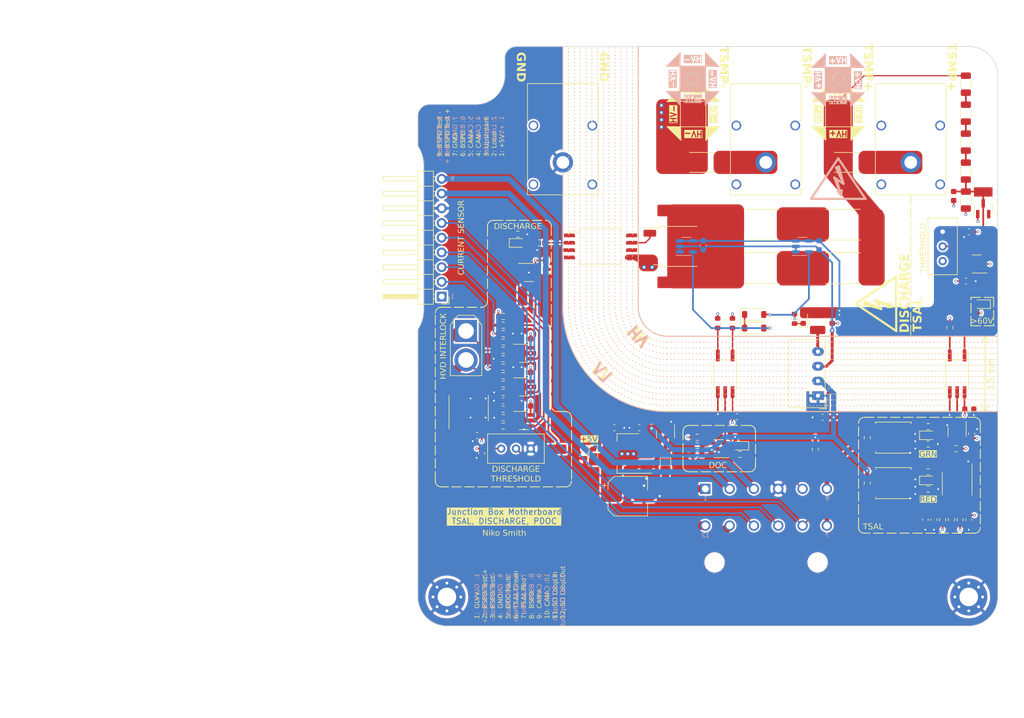
<source format=kicad_pcb>
(kicad_pcb (version 20221018) (generator pcbnew)
  (title_block (title "Junction Box Motherboard") (date "2023-06-26") (rev "V1.0") (company "Niko Smith"))
  (layers (0 "F.Cu" signal) (1 "In1.Cu" signal) (2 "In2.Cu" signal) (31 "B.Cu" signal) (34 "B.Paste" user) (35 "F.Paste" user) (36 "B.SilkS" user "B.Silkscreen") (37 "F.SilkS" user "F.Silkscreen") (38 "B.Mask" user) (39 "F.Mask" user) (44 "Edge.Cuts" user))
  (net 0 "")
  (net 1 "GLV+")
  (net 2 "BSPD")
  (net 3 "TSAL_GRN")
  (net 4 "TSAL_RED")
  (net 5 "DOC_FLT")
  (net 6 "CAN-")
  (net 7 "CAN+")
  (net 8 "SD_LP_OUT")
  (net 9 "SD_LP_IN")
  (net 10 "Net-(D6-K)")
  (net 11 "HV+")
  (net 12 "HV-")
  (net 13 "Net-(R1-Pad2)")
  (net 14 "+5V")
  (net 15 "+5VA")
  (net 16 "Net-(D3-K)")
  (net 17 "Net-(U9-CV)")
  (net 18 "Net-(U9-THR)")
  (net 19 "Net-(D1-K)")
  (net 20 "Net-(D2-K)")
  (net 21 "Net-(D4-K)")
  (net 22 "Net-(D4-A)")
  (net 23 "Net-(D5-K)")
  (net 24 "Net-(D5-A)")
  (net 25 "SD_LP_FROM_HVD")
  (net 26 "BSPD Test Current +")
  (net 27 "Net-(J4-Pin_1)")
  (net 28 "Net-(U4-+VOUT)")
  (net 29 "Net-(Q1-G)")
  (net 30 "Net-(R2-Pad2)")
  (net 31 "Net-(R12-Pad1)")
  (net 32 "Net-(R13-Pad1)")
  (net 33 "Net-(R14-Pad1)")
  (net 34 "Net-(U7-K)")
  (net 35 "RESET")
  (net 36 "Net-(U9-DIS)")
  (net 37 "Net-(U13--)")
  (net 38 "Net-(R32-Pad1)")
  (net 39 "TS Detection Threshold")
  (net 40 "DISCHARGE_THRESHOLD")
  (net 41 "Net-(D10-A)")
  (net 43 "Net-(U12-IN-)")
  (net 47 "Net-(U12-OUT)")
  (net 49 "Net-(U12-IN+)")
  (net 54 "Net-(D10-K)")
  (net 55 "Net-(Q5-D)")
  (net 56 "Net-(Q1-D)")
  (net 57 "Net-(Q3-G)")
  (net 58 "Net-(Q4-G)")
  (net 59 "Net-(U20-K)")
  (net 60 "Net-(U14-+)")
  (net 61 "Upstream")
  (net 62 "Thresh")
  (net 63 "Local")
  (net 64 "GND")
  (net 65 "BSPD Test Current -")
  (net 66 "Net-(D8-A)")
  (net 67 "Net-(J3-Pin_1)")
  (net 68 "Net-(U13-+)")
  (net 69 "Net-(U10-+)")
  (net 70 "Net-(U11-+)")
  (net 71 "Net-(U20-VO)")
  (net 72 "Net-(D7-K)")
  (net 73 "Net-(D7-A)")
  (net 74 "Net-(D9-K)")
  (net 75 "Net-(D9-A)")
  (net 76 "DOC_Thresh")
  (net 77 "Net-(R34-Pad1)")
  (net 78 "Net-(R38-Pad1)")
  (net 79 "Net-(J2-Pin_1)")
  (footprint "Resistor_SMD:R_0603_1608Metric" (layer "F.Cu") (at 118.5 106.675 90)
    (fp_text reference "R22" hide)
    (fp_text value "16k")
  )
  (footprint "Package_TO_SOT_SMD:SOT-223-3_TabPin2" (layer "F.Cu") (at 61.25 95.25 180)
    (fp_text reference "U1" hide)
    (fp_text value "AMS1117-5.0")
  )
  (footprint "TestPoint:TestPoint_Pad_4.0x4.0mm" (layer "F.Cu") (at 97.5 36.65 180)
    (fp_text reference "J5" hide)
    (fp_text value "HV+")
  )
  (footprint "Resistor_SMD:R_2512_6332Metric_Pad1.40x3.35mm_HandSolder" (layer "F.Cu") (at 74 45)
    (fp_text reference "R9" hide)
    (fp_text value "15k")
  )
  (footprint "Capacitor_SMD:C_0603_1608Metric" (layer "F.Cu") (at 120 57)
    (fp_text reference "C11" hide)
    (fp_text value "100n")
  )
  (footprint "Resistor_SMD:R_0603_1608Metric" (layer "F.Cu") (at 76.7 72.75 -90)
    (fp_text reference "R37" hide)
    (fp_text value "1k")
  )
  (footprint "Capacitor_SMD:C_0603_1608Metric" (layer "F.Cu") (at 94.8 89 180)
    (fp_text reference "C6" hide)
    (fp_text value "100n")
  )
  (footprint "Resistor_SMD:R_1206_3216Metric" (layer "F.Cu") (at 119.5 46.5 90)
    (fp_text reference "R15" hide)
    (fp_text value "510k")
  )
  (footprint "MountingHole:MountingHole_3.2mm_M3_Pad_Via" (layer "F.Cu") (at 120 120)
    (fp_text reference "H4" hide)
    (fp_text value "MountingHole_Pad")
  )
  (footprint "UCM_Components:1206 Testpoint" (layer "F.Cu") (at 120.25 59.49)
    (fp_text reference "TP4" hide)
    (fp_text value "Thresh")
  )
  (footprint "Resistor_SMD:R_1206_3216Metric" (layer "F.Cu") (at 119.5 36.5 90)
    (fp_text reference "R13" hide)
    (fp_text value "510k")
  )
  (footprint "Diode_SMD:D_SOD-123" (layer "F.Cu") (at 83 71.25)
    (fp_text reference "D10" hide)
    (fp_text value "1N4148W")
  )
  (footprint "Capacitor_SMD:C_0603_1608Metric" (layer "F.Cu") (at 119.5 65.49 180)
    (fp_text reference "C12" hide)
    (fp_text value "100n")
  )
  (footprint "Resistor_SMD:R_0603_1608Metric" (layer "F.Cu") (at 113 90.6 180)
    (fp_text reference "R25" hide)
    (fp_text value "100R")
  )
  (footprint "Connector_PinHeader_2.54mm:PinHeader_1x09_P2.54mm_Horizontal" (layer "F.Cu") (at 29.1 68.16 180)
    (fp_text reference "J9" hide)
    (fp_text value "Conn_01x07")
  )
  (footprint "Resistor_SMD:R_0603_1608Metric" (layer "F.Cu") (at 116.75 73.5 -90)
    (fp_text reference "R18" hide)
    (fp_text value "1k")
  )
  (footprint "Fuse:Fuse_1206_3216Metric" (layer "F.Cu") (at 67.7 96.55 90)
    (fp_text reference "F2" hide)
    (fp_text value "2A")
  )
  (footprint "Package_TO_SOT_SMD:SOT-23-5" (layer "F.Cu") (at 118 91.5 -90)
    (fp_text reference "U8" hide)
    (fp_text value "SN74LVC1G04DBVT")
  )
  (footprint "Package_TO_SOT_SMD:SOT-23-5" (layer "F.Cu") (at 44.15 64)
    (fp_text reference "U10" hide)
    (fp_text value "TLV7031DBV")
  )
  (footprint "Resistor_SMD:R_0603_1608Metric" (layer "F.Cu") (at 102.5 92.5 -90)
    (fp_text reference "R27" hide)
    (fp_text value "100k")
  )
  (footprint "Connector:Banana_Cliff_FCR7350x_S16N-PC_Horizontal" (layer "F.Cu") (at 85 45 -90)
    (fp_text reference "J4" hide)
    (fp_text value "TSMP-")
  )
  (footprint "Resistor_SMD:R_0603_1608Metric" (layer "F.Cu") (at 102.5 100.35 -90)
    (fp_text reference "R28" hide)
    (fp_text value "100k")
  )
  (footprint "Resistor_SMD:R_0603_1608Metric" (layer "F.Cu") (at 122.25 70.98)
    (fp_text reference "R17" hide)
    (fp_text value "4.2k")
  )
  (footprint "Package_TO_SOT_SMD:TDSON-8-1" (layer "F.Cu") (at 107 100.35 180)
    (fp_text reference "Q4" hide)
    (fp_text value "FDMS86255")
  )
  (footprint "Resistor_SMD:R_0603_1608Metric" (layer "F.Cu") (at 39.7125 71.6)
    (fp_text reference "R45" hide)
    (fp_text value "10k")
  )
  (footprint "Potentiometer_THT:Potentiometer_Bourns_3296W_Vertical" (layer "F.Cu") (at 44.45 94.4)
    (fp_text reference "RV2" hide)
    (fp_text value "100k")
  )
  (footprint "Package_TO_SOT_SMD:SOT-23-5" (layer "F.Cu") (at 43.3 89.55)
    (fp_text reference "U13" hide)
    (fp_text value "LMV321")
  )
  (footprint "Resistor_SMD:R_0603_1608Metric" (layer "F.Cu") (at 113 98.4 180)
    (fp_text reference "R26" hide)
    (fp_text value "100R")
  )
  (footprint "LED_SMD:LED_0603_1608Metric" (layer "F.Cu") (at 122.25 69.48 180)
    (fp_text reference "D4" hide)
    (fp_text value "Green")
  )
  (footprint "Resistor_SMD:R_1206_3216Metric" (layer "F.Cu") (at 119.5 51.5 90)
    (fp_text reference "R16" hide)
    (fp_text value "25k")
  )
  (footprint "Resistor_SMD:R_0603_1608Metric" (layer "F.Cu") (at 39.7125 81.8 180)
    (fp_text reference "R34" hide)
    (fp_text value "5.6k")
  )
  (footprint "Inductor_SMD:L_1210_3225Metric_Pad1.42x2.65mm_HandSolder" (layer "F.Cu") (at 93.95 72.4375 90)
    (fp_text reference "L1" hide)
    (fp_text value "47u")
  )
  (footprint "Resistor_SMD:R_0603_1608Metric" (layer "F.Cu") (at 39.7125 84.7 180)
    (fp_text reference "R43" hide)
    (fp_text value "5.6k")
  )
  (footprint "UCM_Components:1206 Testpoint" (layer "F.Cu") (at 49 94.5)
    (fp_text reference "TP3" hide)
    (fp_text value "Thresh")
  )
  (footprint "Capacitor_SMD:C_0603_1608Metric" (layer "F.Cu") (at 117.4 50.8 -90)
    (fp_text reference "C10" hide)
    (fp_text value "100n")
  )
  (footprint "Resistor_SMD:R_0603_1608Metric" (layer "F.Cu") (at 117 106.675 90)
    (fp_text reference "R23" hide)
    (fp_text value "10k")
  )
  (footprint "LED_SMD:LED_0603_1608Metric" (layer "F.Cu") (at 113 99.9)
    (fp_text reference "D9" hide)
    (fp_text value "Red")
  )
  (footprint "Capacitor_SMD:C_0603_1608Metric" (layer "F.Cu") (at 36 95.2 -90)
    (fp_text reference "C19" hide)
    (fp_text value "100n")
  )
  (footprint "Resistor_SMD:R_2512_6332Metric_Pad1.40x3.35mm_HandSolder" (layer "F.Cu") (at 99 45)
    (fp_text reference "R6" hide)
    (fp_text value "15k")
  )
  (footprint "UCM_Components:1206 Testpoint" (layer "F.Cu") (at 122.5 50.1 180)
    (fp_text reference "TP1" hide)
    (fp_text value "TS Voltage Divider")
  )
  (footprint "DTM_Header:TE_DTM13-12PA" (layer "F.Cu") (at 85.05 114.04)
    (fp_text reference "J2" hide)
    (fp_text value "Vehicle")
  )
  (footprint "Resistor_SMD:R_0603_1608Metric" (layer "F.Cu") (at 39.7125 80.35)
    (fp_text reference "R36" hide)
    (fp_text value "10k")
  )
  (footprint "Resistor_SMD:R_0603_1608Metric" (layer "F.Cu") (at 89.95 72 -90)
    (fp_text reference "R10" hide)
    (fp_text value "4.2k")
  )
  (footprint "Package_SO:SO-5_4.4x3.6mm_P1.27mm" (layer "F.Cu") (at 78 81.5 -90)
    (fp_text reference "U20" hide)
    (fp_text value "TLP2361")
  )
  (footprint "TestPoint:TestPoint_Pad_4.0x4.0mm" (layer "F.Cu") (at 72.475 36.65)
    (fp_text reference "J6" hide)
    (fp_text value "HV-")
  )
  (footprint "Connector:Banana_Cliff_FCR7350x_S16N-PC_Horizontal" (layer "F.Cu") (at 50 45 -90)
    (fp_text reference "J7" hide)
    (fp_text value "TSMP GLV-")
  )
  (footprint "Capacitor_SMD:C_0603_1608Metric" (layer "F.Cu") (at 112.5 106.675 -90)
    (fp_text reference "C15" hide)
    (fp_text value "10n")
  )
  (footprint "Capacitor_SMD:C_0603_1608Metric" (layer "F.Cu") (at 120.1 87.6)
    (fp_text reference "C13" hide)
    (fp_text value "100n")
  )
  (footprint "Resistor_SMD:R_0603_1608Metric" (layer "F.Cu") (at 39.7125 89.05)
    (fp_text reference "R30" hide)
    (fp_text value "1k")
  )
  (footprint "Package_TO_SOT_SMD:SOT-23-5" (layer "F.Cu") (at 43.3125 77.95)
    (fp_text reference "U11" hide)
    (fp_text value "TLV7031DBV")
  )
  (footprint "Resistor_SMD:R_0603_1608Metric" (layer "F.Cu") (at 73.1875 92.45)
    (fp_text reference "R11" hide)
    (fp_text value "10k")
  )
  (footprint "Resistor_SMD:R_0603_1608Metric" (layer "F.Cu") (at 53.75 95.25 90)
    (fp_text reference "R7" hide)
    (fp_text value "4.2k")
  )
  (footprint "Resistor_SMD:R_0603_1608Metric" (layer "F.Cu") (at 39.7125 77.45)
    (fp_text reference "R42" hide)
    (fp_text value "10k")
  )
  (footprint "Resistor_SMD:R_0603_1608Metric" (layer "F.Cu") (at 39.7125 78.9 180)
    (fp_text reference "R39" hide)
    (fp_text value "5.6k")
  )
  (footprint "LED_SMD:LED_0603_1608Metric" (layer "F.Cu") (at 55.25 95.25 -90)
    (fp_text reference "D1" hide)
    (fp_text value "Green")
  )
  (footprint "Capacitor_SMD:C_0603_1608Metric" (layer "F.Cu") (at 58.875 90.8)
    (fp_text reference "C2" hide)
    (fp_text value "22u")
  )
  (footprint "Capacitor_SMD:C_0603_1608Metric" (layer "F.Cu") (at 43.6625 81.25)
    (fp_text reference "C29" hide)
    (fp_text value "100n")
  )
  (footprint "Resistor_SMD:R_0603_1608Metric" (layer "F.Cu") (at 39.7125 74.55)
    (fp_text reference "R40" hide)
    (fp_text value "10k")
  )
  (footprint "Capacitor_SMD:C_0603_1608Metric" (layer "F.Cu") (at 63.175 90.8 180)
    (fp_text reference "C1" hide)
    (fp_text value "22u")
  )
  (footprint "Potentiometer_THT:Potentiometer_Bourns_3296W_Vertical" (layer "F.Cu") (at 115.5 62.04 -90)
    (fp_text reference "RV1" hide)
    (fp_text value "100k")
  )
  (footprint "Package_TO_SOT_SMD:SOT-23" (layer "F.Cu") (at 122.5 53 90)
    (fp_text reference "D3" hide)
    (fp_text value "771-PLVA650A")
  )
  (footprint "Resistor_SMD:R_4020_10251Metric" (layer "F.Cu") (at 98.3 55.75)
    (fp_text reference "R3" hide)
    (fp_text value "DIS-10k")
  )
  (footprint "LED_SMD:LED_0603_1608Metric" (layer "F.Cu") (at 80.5625 93.9 180)
    (fp_text reference "D6" hide)
    (fp_text value "Green")
  )
  (footprint "Capacitor_SMD:C_0603_1608Metric" (layer "F.Cu") (at 73.1875 95.35)
    (fp_text reference "C4" hide)
    (fp_text value "100n")
  )
  (footprint "Connector_AMASS:AMASS_XT30U-F_1x02_P5.0mm_Vertical" (layer "F.Cu") (at 33.3 74.1 -90)
    (fp_text reference "J1" hide)
    (fp_text value "HVD IL")
  )
  (footprint "Connector:Banana_Cliff_FCR7350x_S16N-PC_Horizontal" (layer "F.Cu") (at 110 45 -90)
    (fp_text reference "J3" hide)
    (fp_text value "TSMP+")
  )
  (footprint "LED_SMD:LED_0603_1608Metric" (layer "F.Cu") (at 91.45 72 90)
    (fp_text reference "D2" hide)
    (fp_text value "Green")
  )
  (footprint "Resistor_SMD:R_4020_10251Metric" (layer "F.Cu") (at 84.3 55.75)
    (fp_text reference "R1" hide)
    (fp_text value "DIS-10k")
  )
  (footprint "Resistor_SMD:R_4020_10251Metric" (layer "F.Cu") (at 98.3 63.25)
    (fp_text reference "R4" hide)
    (fp_text value "DIS-10k")
  )
  (footprint "Package_TO_SOT_SMD:SOT-23" (layer "F.Cu") (at 67.7 91.9625 -90)
    (fp_text reference "Q5" hide)
    (fp_text value "SSM3J328R LF")
  )
  (footprint "Resistor_SMD:R_1206_3216Metric" (layer "F.Cu") (at 119.5 31.5 90)
    (fp_text reference "R12" hide)
    (fp_text value "510k")
  )
  (footprint "Resistor_SMD:R_0603_1608Metric" (layer "F.Cu") (at 117.8 94.4)
    (fp_text reference "R20" hide)
    (fp_text value "10k")
  )
  (footprint "Resistor_SMD:R_0603_1608Metric" (layer "F.Cu") (at 39.7125 76 180)
    (fp_text reference "R38" hide)
    (fp_text value "5.6k")
  )
  (footprint "Resistor_SMD:R_0603_1608Metric" (layer "F.Cu") (at 93.55 94.525 90)
    (fp_text reference "R5" hide)
    (fp_text value "10k")
  )
  (footprint "Resistor_SMD:R_0603_1608Metric" (layer "F.Cu") (at 42.2375 57.4 180)
    (fp_text reference "R31" hide)
    (fp_text value "4.2k")
  )
  (footprint "Capacitor_SMD:C_0603_1608Metric" (layer "F.Cu") (at 120 106.675 -90)
    (fp_text reference "C16" hide)
    (fp_text value "100n")
  )
  (footprint "Resistor_SMD:R_0603_1608Metric" (layer "F.Cu") (at 46 58.9 180)
    (fp_text reference "R32" hide)
    (fp_text value "330R")
  )
  (footprint "Resistor_SMD:R_1206_3216Metric" (layer "F.Cu") (at 119.5 41.5 90)
    (fp_text reference "R14" hide)
    (fp_text value "510k")
  )
  (footprint "Converter_DCDC:Converter_DCDC_Murata_CRE1xxxxxxSC_THT" (layer "F.Cu") (at 94 85.2625 180)
    (fp_text reference "U4" hide)
    (fp_text value "CRE1S1205SC")
  )
  (footprint "Resistor_SMD:R_0603_1608Metric" (layer "F.Cu") (at 73.1875 93.9 180)
    (fp_text reference "R33" hide)
    (fp_text value "10k")
  )
  (footprint "Resistor_SMD:R_0603_1608Metric" (layer "F.Cu") (at 113 101.4)
    (fp_text reference "R24" hide)
    (fp_text value "4.7k")
  )
  (footprint "Package_TO_SOT_SMD:SOT-23-5" (layer "F.Cu") (at 76.85 94.4 180)
    (fp_text reference "U6" hide)
    (fp_text value "TLV7031DBV")
  )
  (footprint "UCM_Components:1206 Testpoint" (layer "F.Cu") (at 43.05 68.1 90)
    (fp_text reference "TP2" hide)
    (fp_text value "ISense Out")
  )
  (footprint "Capacitor_SMD:C_0603_1608Metric" (layer "F.Cu") (at 80 88.9)
    (fp_text reference "C25" hide)
    (fp_text value "100n")
  )
  (footprint "Resistor_SMD:R_0603_1608Metric" (layer "F.Cu") (at 79.25 72.75 -90)
    (fp_text reference "R49" hide)
    (fp_text value "10k")
  )
  (footprint "LED_SMD:LED_0603_1608Metric" (layer "F.Cu") (at 42.2375 58.9)
    (fp_text reference "D5" hide)
    (fp_text value "Green")
  )
  (footprint "Diode_SMD:D_SOD-123" (layer "F.Cu") (at 83 73.6)
    (fp_text reference "D8" hide)
    (fp_text value "1N4148W")
  )
  (footprint "Capacitor_SMD:C_0603_1608Metric" (layer "F.Cu") (at 43.6625 87.05)
    (fp_text reference "C5" hide)
    (fp_text value "100n")
  )
  (footprint "Package_TO_SOT_SMD:SOT-23-5" (layer "F.Cu") (at 43.3125 83.75)
    (fp_text reference "U14" hide)
    (fp_text value "TLV7031DBV")
  )
  (footprint "LED_SMD:LED_0603_1608Metric" (layer "F.Cu") (at 113 92.1)
    (fp_text reference "D7" hide)
    (fp_text value "Green")
  )
  (footprint "Capacitor_SMD:C_0603_1608Metric" (layer "F.Cu") (at 39.7125 86.15 180)
    (fp_text reference "C3" hide)
    (fp_text value "330n")
  )
  (footprint "Package_TO_SOT_SMD:SOT-23-5" (layer "F.Cu") (at 121.3625 62.54 180)
    (fp_text reference "U2" hide)
    (fp_text value "TLV7031DBV")
  )
  (footprint "Package_SO:SO-5_4.4x3.6mm_P1.27mm" (layer "F.Cu") (at 118 81.5 -90)
    (fp_text reference "U7" hide)
    (fp_text value "TLP2361")
  )
  (footprint "Package_TO_SOT_SMD:TDSON-8-1" (layer "F.Cu") (at 107 92.5 180)
    (fp_text reference "Q3" hide)
    (fp_text value "FDMS86255")
  )
  (footprint "Capacitor_SMD:C_0603_1608Metric" (layer "F.Cu") (at 35.225 92.15 180)
    (fp_text reference "C18" hide)
    (fp_text value "100n")
  )
  (footprint "Resistor_SMD:R_0603_1608Metric" (layer "F.Cu") (at 39.7125 90.5)
    (fp_text reference "R29" hide)
    (fp_text value "11k")
  )
  (footprint "MountingHole:MountingHole_3.2mm_M3_Pad_Via" (layer "F.Cu") (at 30 120)
    (fp_text reference "H3" hide)
    (fp_text value "MountingHole_Pad")
  )
  (footprint "Capacitor_SMD:C_0603_1608Metric" (layer "F.Cu") (at 47.05 62.695 90)
    (fp_text reference "C20" hide)
    (fp_text value "100n")
  )
  (footprint "Capacitor_SMD:C_0603_1608Metric" (layer "F.Cu") (at 43.6625 75.45)
    (fp_text reference "C30" hide)
    (fp_text value "100n")
  )
  (footprint "Package_TO_SOT_SMD:TO-252-2" (layer "F.Cu") (at 70.04 59.5)
    (fp_text reference "Q1" hide)
    (fp_text value "IXTY1R6N100D2")
  )
  (footprint "Capacitor_SMD:C_0603_1608Metric" (layer "F.Cu") (at 120.5 91.825 90)
    (fp_text reference "C14" hide)
    (fp_text value "100n")
  )
  (footprint "Resistor_SMD:R_0603_1608Metric" (layer "F.Cu") (at 39.7125 87.6)
    (fp_text reference "R8" hide)
    (fp_text value "10k")
  )
  (footprint "Resistor_SMD:R_0603_1608Metric" (layer "F.Cu") (at 80.5625 95.4)
    (fp_text reference "R35" hide)
    (fp_text value "1k")
  )
  (footprint "Package_SO:TSSOP-20_4.4x6.5mm_P0.65mm" (layer "F.Cu") (at 33.75 87.4 90)
    (fp_text reference "U12" hide)
    (fp_text value "INA253")
  )
  (footprint "Package_SO:SOIC-8_3.9x4.9mm_P1.27mm" (layer "F.Cu") (at 118 100.5 -90)
    (fp_text reference "U9" hide)
    (fp_text value "NA555D")
  )
  (footprint "Package_SO:SSO-8_6.8x5.9mm_P1.27mm_Clearance8mm" (layer "F.Cu") (at 56.5 59.5)
    (fp_text reference "U15" hide)
    (fp_text value "ACPL-K30T-000E")
  )
  (footprint "Capacitor_SMD:CP_Elec_6.3x5.4" (layer "F.Cu") (at 61.2 102.6)
    (fp_text reference "C8" hide)
    (fp_text value "100u")
  )
  (footprint "Capacitor_SMD:C_0603_1608Metric" (layer "F.Cu") (at 96.45 72 -90)
    (fp_text reference "C7" hide)
    (fp_text value "4.7u")
  )
  (footprint "Capacitor_SMD:C_0603_1608Metric" (layer "F.Cu") (at 114 106.675 -90)
    (fp_text reference "C17" hide)
    (fp_text value "10u")
  )
  (footprint "Resistor_SMD:R_0603_1608Metric" (layer "F.Cu") (at 115.5 106.675 90)
    (fp_text reference "R21" hide)
    (fp_text value "1M")
  )
  (footprint "Resistor_SMD:R_0603_1608Metric" (layer "F.Cu") (at 39.7125 73.1 180)
    (fp_text reference "R46" hide)
    (fp_text value "10k")
  )
  (footprint "Symbol:Symbol_HighVoltage_Type2_CopperTop_VerySmall" (layer "F.Cu") (at 104.6985 69.4 90)
    (fp_text reference "REF**" hide)
    (fp_text value "Symbol_HighVoltage_Type2_CopperTop_VerySmall")
  )
  (footprint "Resistor_SMD:R_0603_1608Metric" (layer "F.Cu") (at 113 93.6)
    (fp_text reference "R19" hide)
    (fp_text value "4.7k")
  )
  (footprint "Resistor_SMD:R_4020_10251Metric" (layer "F.Cu") (at 84.3 63.25)
    (fp_text reference "R2" hide)
    (fp_text value "DIS-10k")
  )
  (footprint "UCM_Components:MOSFET Heatsink" (layer "F.Cu") (at 71.3 59.5 -90)
    (fp_text reference "HS1" hide)
    (fp_text value "Heatsink_Pad_2Pin")
  )
  (footprint "Resistor_SMD:R_0603_1608Metric" (layer "F.Cu") (at 39.7125 83.25)
    (fp_text reference "R41" hide)
    (fp_text value "10k")
  )
  (footprint "Package_TO_SOT_SMD:SOT-23-5" (layer "B.Cu") (at 91.3 59.5)
    (fp_text reference "U3" hide)
    (fp_text value "MCP9502PT-115E")
  )
  (footprint "Symbol:Symbol_HighVoltage_Type2_CopperTop_VerySmall" (layer "B.Cu") (at 97.5 48.5 180)
    (fp_text reference "REF**" hide)
    (fp_text value "Symbol_HighVoltage_Type2_CopperTop_VerySmall")
  )
  (footprint "Capacitor_SMD:C_0603_1608Metric" (layer "B.Cu") (at 94.2 59.3 90)
    (fp_text reference "C26" hide)
    (fp_text value "100n")
  )
  (footprint "Capacitor_SMD:C_0603_1608Metric" (layer "B.Cu") (at 74.2 59.3 90)
    (fp_text reference "C23" hide)
    (fp_text value "100n")
  )
  (footprint "Package_TO_SOT_SMD:SOT-23-5" (layer "B.Cu") (at 71.3 59.5)
    (fp_text reference "U5" hide)
    (fp_text value "MCP9502PT-115E")
  )
  (gr_poly locked (pts (xy 70.225 35.125) (xy 67.875 32.75) (xy 70.2 32.8)) (stroke (width 0.15)) (fill solid) (layer "B.SilkS"))
  (gr_poly locked (pts (xy 67.875 28.425) (xy 70.25 26.075) (xy 70.2 28.4)) (stroke (width 0.15)) (fill solid) (layer "B.SilkS"))
  (gr_line locked (start 53 70) (end 53 25) (stroke (width 0.15) (type dot)) (layer "B.SilkS"))
  (gr_line locked (start 68 75) (end 125 75) (stroke (width 0.15)) (layer "B.SilkS"))
  (gr_arc locked (start 68 75) (mid 64.464466 73.535534) (end 63 70) (stroke (width 0.15)) (layer "B.SilkS"))
  (gr_poly locked (pts (xy 74.575 26.075) (xy 76.925 28.45) (xy 74.6 28.4)) (stroke (width 0.15)) (fill solid) (layer "B.SilkS"))
  (gr_poly locked (pts (xy 99.625 26.275) (xy 101.975 28.65) (xy 99.65 28.6)) (stroke (width 0.15)) (fill solid) (layer "B.SilkS"))
  (gr_line locked (start 62 70) (end 62 25) (stroke (width 0.15) (type dot)) (layer "B.SilkS"))
  (gr_line locked (start 68 77) (end 92.25 77) (stroke (width 0.15) (type dot)) (layer "B.SilkS"))
  (gr_arc locked (start 68 88) (mid 55.272078 82.727922) (end 50 70) (stroke (width 0.15)) (layer "B.SilkS"))
  (gr_line locked (start 68 79) (end 92.25 79) (stroke (width 0.15) (type dot)) (layer "B.SilkS"))
  (gr_arc locked (start 68 83) (mid 58.807612 79.192388) (end 55 70) (stroke (width 0.15) (type dot)) (layer "B.SilkS"))
  (gr_poly locked (pts (xy 92.925 28.625) (xy 95.3 26.275) (xy 95.25 28.6)) (stroke (width 0.15)) (fill solid) (layer "B.SilkS"))
  (gr_line locked (start 61 70) (end 61 25) (stroke (width 0.15) (type dot)) (layer "B.SilkS"))
  (gr_line locked (start 68 81) (end 92.25 81) (stroke (width 0.15) (type dot)) (layer "B.SilkS"))
  (gr_line locked (start 96 78) (end 125 78) (stroke (width 0.15) (type dot)) (layer "B.SilkS"))
  (gr_line locked (start 96 79) (end 125 79) (stroke (width 0.15) (type dot)) (layer "B.SilkS"))
  (gr_line locked (start 54 70) (end 54 25) (stroke (width 0.15) (type dot)) (layer "B.SilkS"))
  (gr_line locked (start 68 80) (end 92.25 80) (stroke (width 0.15) (type dot)) (layer "B.SilkS"))
  (gr_line locked (start 58 70) (end 58 25) (stroke (width 0.15) (type dot)) (layer "B.SilkS"))
  (gr_line locked (start 55 38) (end 55 25) (stroke (width 0.15) (type dot)) (layer "B.SilkS"))
  (gr_line locked (start 96 83) (end 125 83) (stroke (width 0.15) (type dot)) (layer "B.SilkS"))
  (gr_line locked (start 51 70) (end 51 47) (stroke (width 0.15) (type dot)) (layer "B.SilkS"))
  (gr_arc locked (start 68 76) (mid 63.757359 74.242641) (end 62 70) (stroke (width 0.15) (type dot)) (layer "B.SilkS"))
  (gr_line locked (start 55 48) (end 55 40) (stroke (width 0.15) (type dot)) (layer "B.SilkS"))
  (gr_arc locked (start 68 78) (mid 62.343146 75.656854) (end 60 70) (stroke (width 0.15) (type dot)) (layer "B.SilkS"))
  (gr_arc locked (start 68 80) (mid 60.928932 77.071068) (end 58 70) (stroke (width 0.15) (type dot)) (layer "B.SilkS"))
  (gr_arc locked (start 68 85) (mid 57.393398 80.606602) (end 53 70) (stroke (width 0.15) (type dot)) (layer "B.SilkS"))
  (gr_line locked (start 68 88) (end 125 88) (stroke (width 0.15)) (layer "B.SilkS"))
  (gr_line locked (start 68 83) (end 92.25 83) (stroke (width 0.15) (type dot)) (layer "B.SilkS"))
  (gr_line locked (start 96 80) (end 125 80) (stroke (width 0.15) (type dot)) (layer "B.SilkS"))
  (gr_line locked (start 68 87) (end 125 87) (stroke (width 0.15) (type dot)) (layer "B.SilkS"))
  (gr_line locked (start 68 76) (end 125 76) (stroke (width 0.15) (type dot)) (layer "B.SilkS"))
  (gr_line locked (start 50 43) (end 50 25) (stroke (width 0.15)) (layer "B.SilkS"))
  (gr_line locked (start 96 84) (end 125 84) (stroke (width 0.15) (type dot)) (layer "B.SilkS"))
  (gr_line locked (start 52 70) (end 52 25) (stroke (width 0.15) (type dot)) (layer "B.SilkS"))
  (gr_line locked (start 57 70) (end 57 25) (stroke (width 0.15) (type dot)) (layer "B.SilkS"))
  (gr_line locked (start 96 77) (end 125 77) (stroke (width 0.15) (type dot)) (layer "B.SilkS"))
  (gr_line locked (start 96 81) (end 125 81) (stroke (width 0.15) (type dot)) (layer "B.SilkS"))
  (gr_line locked (start 56 70) (end 56 25) (stroke (width 0.15) (type dot)) (layer "B.SilkS"))
  (gr_line locked (start 96 86) (end 125 86) (stroke (width 0.15) (type dot)) (layer "B.SilkS"))
  (gr_line locked (start 50 70) (end 50 47) (stroke (width 0.15)) (layer "B.SilkS"))
  (gr_line locked (start 96 85) (end 125 85) (stroke (width 0.15) (type dot)) (layer "B.SilkS"))
  (gr_line locked (start 60 70) (end 60 25) (stroke (width 0.15) (type dot)) (layer "B.SilkS"))
  (gr_poly locked (pts (xy 101.975 32.975) (xy 99.6 35.325) (xy 99.65 33)) (stroke (width 0.15)) (fill solid) (layer "B.SilkS"))
  (gr_arc locked (start 68 79) (mid 61.636039 76.363961) (end 59 70) (stroke (width 0.15) (type dot)) (layer "B.SilkS"))
  (gr_arc locked (start 68 84) (mid 58.100505 79.899495) (end 54 70) (stroke (width 0.15) (type dot)) (layer "B.SilkS"))
  (gr_arc locked (start 68 77) (mid 63.050253 74.949747) (end 61 70) (stroke (width 0.15) (type dot)) (layer "B.SilkS"))
  (gr_arc locked (start 68 82) (mid 59.514719 78.485281) (end 56 70) (stroke (width 0.15) (type dot)) (layer "B.SilkS"))
  (gr_line locked (start 63 25) (end 63 70) (stroke (width 0.15)) (layer "B.SilkS"))
  (gr_line locked (start 96 82) (end 125 82) (stroke (width 0.15) (type dot)) (layer "B.SilkS"))
  (gr_arc locked (start 68 86) (mid 56.686292 81.313708) (end 52 70) (stroke (width 0.15) (type dot)) (layer "B.SilkS"))
  (gr_arc locked (start 68 81) (mid 60.221825 77.778175) (end 57 70) (stroke (width 0.15) (type dot)) (layer "B.SilkS"))
  (gr_line locked (start 68 86) (end 92.25 86) (stroke (width 0.15) (type dot)) (layer "B.SilkS"))
  (gr_line locked (start 68 84) (end 92.25 84) (stroke (width 0.15) (type dot)) (layer "B.SilkS"))
  (gr_line locked (start 68 85) (end 92.25 85) (stroke (width 0.15) (type dot)) (layer "B.SilkS"))
  (gr_rect locked (start 70.2 28.4) (end 74.6 32.8) (stroke (width 0.15)) (fill solid) (layer "B.SilkS"))
  (gr_line locked (start 68 78) (end 92.25 78) (stroke (width 0.15) (type dot)) (layer "B.SilkS"))
  (gr_rect locked (start 95.25 28.6) (end 99.65 33) (stroke (width 0.15)) (fill solid) (layer "B.SilkS"))
  (gr_line locked (start 68 82) (end 92.25 82) (stroke (width 0.15) (type dot)) (layer "B.SilkS"))
  (gr_line locked (start 59 70) (end 59 25) (stroke (width 0.15) (type dot)) (layer "B.SilkS"))
  (gr_line locked (start 55 70) (end 55 50) (stroke (width 0.15) (type dot)) (layer "B.SilkS"))
  (gr_arc locked (start 68 87) (mid 55.979185 82.020815) (end 51 70) (stroke (width 0.15) (type dot)) (layer "B.SilkS"))
  (gr_poly locked (pts (xy 95.275 35.325) (xy 92.925 32.95) (xy 95.25 33)) (stroke (width 0.15)) (fill solid) (layer "B.SilkS"))
  (gr_line locked (start 51 43) (end 51 25) (stroke (width 0.15) (type dot)) (layer "B.SilkS"))
  (gr_poly locked (pts (xy 76.925 32.775) (xy 74.55 35.125) (xy 74.6 32.8)) (stroke (width 0.15)) (fill solid) (layer "B.SilkS"))
  (gr_line locked (start 102 89) (end 121 89) (stroke (width 0.15) (type dash)) (layer "F.SilkS"))
  (gr_line locked (start 38 55) (end 47 55) (stroke (width 0.15) (type dash)) (layer "F.SilkS"))
  (gr_line locked (start 83.225 91.4) (end 83.225 97.4) (stroke (width 0.15) (type dash)) (layer "F.SilkS"))
  (gr_poly locked (pts (xy 99.675 41.175) (xy 102.025 38.8) (xy 99.7 38.85)) (stroke (width 0.15)) (fill solid) (layer "F.SilkS"))
  (gr_line locked (start 68 77) (end 125 77) (stroke (width 0.15) (type dot)) (layer "F.SilkS"))
  (gr_arc locked (start 68 88) (mid 55.272078 82.727922) (end 50 70) (stroke (width 0.15)) (layer "F.SilkS"))
  (gr_arc locked (start 68 87) (mid 55.979184 82.020816) (end 51 70) (stroke (width 0.15) (type dot)) (layer "F.SilkS"))
  (gr_arc locked (start 68 84) (mid 58.100505 79.899495) (end 54 70) (stroke (width 0.15) (type dot)) (layer "F.SilkS"))
  (gr_line locked (start 51 70) (end 51 25) (stroke (width 0.15) (type dot)) (layer "F.SilkS"))
  (gr_line locked (start 68 82) (end 125 82) (stroke (width 0.15) (type dot)) (layer "F.SilkS"))
  (gr_line locked (start 50.5 88) (end 49 88) (stroke (width 0.15)) (layer "F.SilkS"))
  (gr_poly locked (pts (xy 102.025 34.475) (xy 99.65 32.125) (xy 99.7 34.45)) (stroke (width 0.15)) (fill solid) (layer "F.SilkS"))
  (gr_line locked (start 29 70) (end 36 70) (stroke (width 0.15) (type dash)) (layer "F.SilkS"))
  (gr_arc locked (start 68 85) (mid 57.393398 80.606602) (end 53 70) (stroke (width 0.15) (type dot)) (layer "F.SilkS"))
  (gr_line locked (start 68 86) (end 125 86) (stroke (width 0.15) (type dot)) (layer "F.SilkS"))
  (gr_arc locked (start 122 108) (mid 121.707107 108.707106) (end 121 109) (stroke (width 0.15)) (layer "F.SilkS"))
  (gr_arc locked (start 121 89) (mid 121.707106 89.292893) (end 122 90) (stroke (width 0.15)) (layer "F.SilkS"))
  (gr_line locked (start 51.5 89) (end 51.5 100) (stroke (width 0.15) (type dash)) (layer "F.SilkS"))
  (gr_line locked (start 61 70) (end 61 25) (stroke (width 0.15) (type dot)) (layer "F.SilkS"))
  (gr_poly locked (pts (xy 70.315 32.135) (xy 67.965 34.51) (xy 70.29 34.46)) (stroke (width 0.15)) (fill solid) (layer "F.SilkS"))
  (gr_line locked (start 121 109) (end 102 109) (stroke (width 0.15) (type dash)) (layer "F.SilkS"))
  (gr_arc locked (start 68 82) (mid 59.514718 78.485282) (end 56 70) (stroke (width 0.15) (type dot)) (layer "F.SilkS"))
  (gr_arc locked (start 37 56) (mid 37.292893 55.292893) (end 38 55) (stroke (width 0.15)) (layer "F.SilkS"))
  (gr_arc locked (start 51.5 100) (mid 51.207107 100.707107) (end 50.5 101) (stroke (width 0.15)) (layer "F.SilkS"))
  (gr_line locked (start 68 79) (end 125 79) (stroke (width 0.15) (type dot)) (layer "F.SilkS"))
  (gr_line locked (start 101 108) (end 101 90) (stroke (width 0.15) (type dash)) (layer "F.SilkS"))
  (gr_line locked (start 68 85) (end 125 85) (stroke (width 0.15) (type dot)) (layer "F.SilkS"))
  (gr_arc locked (start 29 101) (mid 28.292893 100.707107) (end 28 100) (stroke (width 0.15)) (layer "F.SilkS"))
  (gr_arc locked (start 82.225 90.4) (mid 82.932106 90.692893) (end 83.225 91.4) (stroke (width 0.15)) (layer "F.SilkS"))
  (gr_poly locked (pts (xy 67.965 38.835) (xy 70.34 41.185) (xy 70.29 38.86)) (stroke (width 0.15)) (fill solid) (layer "F.SilkS"))
  (gr_arc locked (start 71.725 98.399998) (mid 71.017894 98.107105) (end 70.725 97.399998) (stroke (width 0.15)) (layer "F.SilkS"))
  (gr_line locked (start 70.725 97.4) (end 70.725 91.4) (stroke (width 0.15) (type dash)) (layer "F.SilkS"))
  (gr_arc locked (start 68 76) (mid 63.757359 74.242641) (end 62 70) (stroke (width 0.15) (type dot)) (layer "F.SilkS"))
  (gr_line locked (start 28 100) (end 28 71) (stroke (width 0.15) (type dash)) (layer "F.SilkS"))
  (gr_line locked (start 68 87) (end 125 87) (stroke (width 0.15) (type dot)) (layer "F.SilkS"))
  (gr_line locked (start 53 70) (end 53 25) (stroke (width 0.15) (type dot)) (layer "F.SilkS"))
  (gr_arc locked (start 68 77) (mid 63.050253 74.949747) (end 61 70) (stroke (width 0.15) (type dot)) (layer "F.SilkS"))
  (gr_arc locked (start 47 55) (mid 47.707107 55.292893) (end 48 56) (stroke (width 0.15)) (layer "F.SilkS"))
  (gr_line locked (start 68 76) (end 125 76) (stroke (width 0.15) (type dot)) (layer "F.SilkS"))
  (gr_line locked (start 115 88) (end 114 88) (stroke (width 0.15) (type dot)) (layer "F.SilkS"))
  (gr_poly locked (pts (xy 77.015 34.485) (xy 74.64 32.135) (xy 74.69 34.46)) (stroke (width 0.15)) (fill solid) (layer "F.SilkS"))
  (gr_line locked (start 68 83) (end 125 83) (stroke (width 0.15) (type dot)) (layer "F.SilkS"))
  (gr_arc locked (start 37 69) (mid 36.707107 69.707107) (end 36 70) (stroke (width 0.15)) (layer "F.SilkS"))
  (gr_line locked (start 58 70) (end 58 25) (stroke (width 0.15) (type dot)) (layer "F.SilkS"))
  (gr_line locked (start 68 80) (end 125 80) (stroke (width 0.15) (type dot)) (layer "F.SilkS"))
  (gr_line locked (start 122 90) (end 122 108) (stroke (width 0.15) (type dash)) (layer "F.SilkS"))
  (gr_line locked (start 50 50.6) (end 50 70.5) (stroke (width 0.15)) (layer "F.SilkS"))
  (gr_line locked (start 125 75) (end 68 75) (stroke (width 0.15)) (layer "F.SilkS"))
  (gr_line locked (start 68 78) (end 125 78) (stroke (width 0.15) (type dot)) (layer "F.SilkS"))
  (gr_line locked (start 55 70) (end 55 25) (stroke (width 0.15) (type dot)) (layer "F.SilkS"))
  (gr_arc locked (start 68 83) (mid 58.807612 79.192388) (end 55 70) (stroke (width 0.15) (type dot)) (layer "F.SilkS"))
  (gr_line locked (start 71.725 90.4) (end 82.225 90.4) (stroke (width 0.15) (type dash)) (layer "F.SilkS"))
  (gr_line locked (start 82.225 98.4) (end 71.725 98.4) (stroke (width 0.15) (type dash)) (layer "F.SilkS"))
  (gr_poly locked (pts (xy 92.975 38.825) (xy 95.35 41.175) (xy 95.3 38.85)) (stroke (width 0.15)) (fill solid) (layer "F.SilkS"))
  (gr_line locked (start 113 88) (end 112 88) (stroke (width 0.15) (type dot)) (layer "F.SilkS"))
  (gr_line locked (start 110 50.6) (end 110 75) (stroke (width 0.15) (type dash)) (layer "F.SilkS"))
  (gr_rect locked (start 120.4 68.3) (end 124.3 73.2) (stroke (width 0.15) (type dash)) (fill none) (layer "F.SilkS"))
  (gr_arc locked (start 68 78) (mid 62.343145 75.656855) (end 60 70) (stroke (width 0.15) (type dot)) (layer "F.SilkS"))
  (gr_arc locked (start 102 109) (mid 101.292894 108.707107) (end 101 108) (stroke (width 0.15)) (layer "F.SilkS"))
  (gr_line locked (start 68 84) (end 125 84) (stroke (width 0.15) (type dot)) (layer "F.SilkS"))
  (gr_line locked (start 37 69) (end 37 56) (stroke (width 0.15) (type dash)) (layer "F.SilkS"))
  (gr_arc locked (start 50.5 88) (mid 51.207107 88.292893) (end 51.5 89) (stroke (width 0.15)) (layer "F.SilkS"))
  (gr_line locked (start 50.5 101) (end 29 101) (stroke (width 0.15) (type dash)) (layer "F.SilkS"))
  (gr_arc locked (start 49 88) (mid 48.292893 87.707107) (end 48 87) (stroke (width 0.15)) (layer "F.SilkS"))
  (gr_arc locked (start 28 71) (mid 28.292893 70.292893) (end 29 70) (stroke (width 0.15)) (layer "F.SilkS"))
  (gr_line locked (start 59 70) (end 59 25) (stroke (width 0.15) (type dot)) (layer "F.SilkS"))
  (gr_line locked (start 54 70) (end 54 25) (stroke (width 0.15) (type dot)) (layer "F.SilkS"))
  (gr_line locked (start 57 70) (end 57 25) (stroke (width 0.15) (type dot)) (layer "F.SilkS"))
  (gr_poly locked (pts (xy 95.325 32.125) (xy 92.975 34.5) (xy 95.3 34.45)) (stroke (width 0.15)) (fill solid) (layer "F.SilkS"))
  (gr_poly locked (pts (xy 74.665 41.185) (xy 77.015 38.81) (xy 74.69 38.86)) (stroke (width 0.15)) (fill solid) (layer "F.SilkS"))
  (gr_arc locked (start 68 81) (mid 60.221825 77.778175) (end 57 70) (stroke (width 0.15) (type dot)) (layer "F.SilkS"))
  (gr_arc locked (start 68 79) (mid 61.636039 76.363961) (end 59 70) (stroke (width 0.15) (type dot)) (layer "F.SilkS"))
  (gr_arc locked (start 83.225 97.4) (mid 82.932107 98.107106) (end 82.225 98.4) (stroke (width 0.15)) (layer "F.SilkS"))
  (gr_line locked (start 68 88) (end 125 88) (stroke (width 0.15)) (layer "F.SilkS"))
  (gr_line locked (start 56 70) (end 56 25) (stroke (width 0.15) (type dot)) (layer "F.SilkS"))
  (gr_arc locked (start 68 80) (mid 60.928932 77.071068) (end 58 70) (stroke (width 0.15) (type dot)) (layer "F.SilkS"))
  (gr_arc locked (start 101 90) (mid 101.292893 89.292894) (end 102 89) (stroke (width 0.15)) (layer "F.SilkS"))
  (gr_arc locked (start 70.725002 91.4) (mid 71.017895 90.692894) (end 71.725002 90.4) (stroke (width 0.15)) (layer "F.SilkS"))
  (gr_arc locked (start 68 86) (mid 56.686291 81.313709) (end 52 70) (stroke (width 0.15) (type dot)) (layer "F.SilkS"))
  (gr_line locked (start 68 81) (end 125 81) (stroke (width 0.15) (type dot)) (layer "F.SilkS"))
  (gr_line locked (start 63 25) (end 63 70) (stroke (width 0.15)) (layer "F.SilkS"))
  (gr_line locked (start 52 70) (end 52 25) (stroke (width 0.15) (type dot)) (layer "F.SilkS"))
  (gr_line locked (start 48 56) (end 48 87) (stroke (width 0.15) (type dash)) (layer "F.SilkS"))
  (gr_line locked (start 114 75) (end 113 75) (stroke (width 0.15) (type dot)) (layer "F.SilkS"))
  (gr_arc locked (start 68 75) (mid 64.464466 73.535534) (end 63 70) (stroke (width 0.15)) (layer "F.SilkS"))
  (gr_line locked (start 60 70) (end 60 25) (stroke (width 0.15) (type dot)) (layer "F.SilkS"))
  (gr_line locked (start 62 70) (end 62 25) (stroke (width 0.15) (type dot)) (layer "F.SilkS"))
  (gr_line locked (start 125 30) (end 125 120) (stroke (width 0.1)) (layer "Edge.Cuts"))
  (gr_line locked (start 35 35) (end 27 35) (stroke (width 0.1)) (layer "Edge.Cuts"))
  (gr_arc locked (start 125 120) (mid 123.535535 123.535536) (end 120 125) (stroke (width 0.1)) (layer "Edge.Cuts"))
  (gr_line locked (start 42 25) (end 120 25) (stroke (width 0.1)) (layer "Edge.Cuts"))
  (gr_arc locked (start 120 25) (mid 123.535534 26.464466) (end 125 30) (stroke (width 0.1)) (layer "Edge.Cuts"))
  (gr_arc locked (start 25.007656 42.194947) (mid 25.746561 43.774593) (end 26 45.5) (stroke (width 0.1)) (layer "Edge.Cuts"))
  (gr_arc locked (start 40 27) (mid 40.585786 25.585786) (end 42 25) (stroke (width 0.1)) (layer "Edge.Cuts"))
  (gr_arc locked (start 40 30) (mid 38.535534 33.535534) (end 35 35) (stroke (width 0.1)) (layer "Edge.Cuts"))
  (gr_circle locked (center 72.5 30.5) (end 72.5 31.5) (stroke (width 0.1)) (fill none) (layer "Edge.Cuts"))
  (gr_line locked (start 120 125) (end 30 125) (stroke (width 0.1)) (layer "Edge.Cuts"))
  (gr_line locked (start 25.007656 42.194947) (end 25 37) (stroke (width 0.1)) (layer "Edge.Cuts"))
  (gr_line locked (start 26 70.5) (end 26 45.5) (stroke (width 0.1)) (layer "Edge.Cuts"))
  (gr_arc locked (start 30 125) (mid 26.464466 123.535534) (end 25 120) (stroke (width 0.1)) (layer "Edge.Cuts"))
  (gr_arc locked (start 26 70.5) (mid 25.746562 72.225407) (end 25.007656 73.805053) (stroke (width 0.1)) (layer "Edge.Cuts"))
  (gr_arc locked (start 25 37) (mid 25.585786 35.585786) (end 27 35) (stroke (width 0.1)) (layer "Edge.Cuts"))
  (gr_circle locked (center 97.5 30.5) (end 97.5 31.5) (stroke (width 0.1)) (fill none) (layer "Edge.Cuts"))
  (gr_line locked (start 25 120) (end 25.007656 73.805053) (stroke (width 0.1)) (layer "Edge.Cuts"))
  (gr_line locked (start 40 30) (end 40 27) (stroke (width 0.1)) (layer "Edge.Cuts"))
  (gr_text locked "HV" (at 63.050253 74.949747 135) (layer "B.SilkS") (effects (font (size 2 2) (thickness 0.4) bold) (justify mirror)))
  (gr_text locked "9\n" (at 31 47.8) (layer "B.SilkS") (effects (font (size 0.8 0.8)) (justify mirror)))
  (gr_text locked "HV-" (at 72.4 27.2) (layer "B.SilkS" knockout) (effects (font (size 1 1) (thickness 0.2)) (justify mirror)))
  (gr_text locked "HV-" (at 69 30.6 -270) (layer "B.SilkS" knockout) (effects (font (size 1 1) (thickness 0.2) bold) (justify mirror)))
  (gr_text locked "HV+\n" (at 94.05 30.8 90) (layer "B.SilkS" knockout) (effects (font (size 1 1) (thickness 0.2) bold) (justify mirror)))
  (gr_text locked "12\n" (at 74.6 109.4) (layer "B.SilkS") (effects (font (size 0.8 0.8)) (justify mirror)))
  (gr_text locked "LV" (at 56.686291 81.313709 315) (layer "B.SilkS") (effects (font (size 2 2) (thickness 0.4) bold) (justify mirror)))
  (gr_text locked "HV-" (at 75.8 30.6 -90) (layer "B.SilkS" knockout) (effects (font (size 1 1) (thickness 0.2) bold) (justify mirror)))
  (gr_text locked "1:  GLV+\n2:  BSPD Test +\n3:  BSPD Test -\n4:  GND\n5:  DOC Fault\n6:  TSAL Green\n7:  TSAL Red\n8:  BSPD\n9:  CAN+\n10: CAN-\n11: SD Loop In\n12: SD Loop Out" (at 50.5 115.93 90) (layer "B.SilkS") (effects (font (size 0.8 0.8)) (justify left bottom mirror)))
  (gr_text locked "1" (at 31 68.2) (layer "B.SilkS") (effects (font (size 0.8 0.8)) (justify mirror)))
  (gr_text locked "HV-" (at 72.4 34 -180) (layer "B.SilkS" knockout) (effects (font (size 1 1) (thickness 0.2) bold) (justify mirror)))
  (gr_text locked "HV+" (at 97.45 34.2 180) (layer "B.SilkS" knockout) (effects (font (size 1 1) (thickness 0.2) bold) (justify mirror)))
  (gr_text locked "HV+" (at 100.85 30.8 270) (layer "B.SilkS" knockout) (effects (font (size 1 1) (thickness 0.2) bold) (justify mirror)))
  (gr_text locked "6\n" (at 95.6 103) (layer "B.SilkS") (effects (font (size 0.8 0.8)) (justify mirror)))
  (gr_text locked "7\n" (at 95.6 109.4) (layer "B.SilkS") (effects (font (size 0.8 0.8)) (justify mirror)))
  (gr_text locked "9: BSPD Test -\n8: BSPD Test +\n7: GND\n6: BSPD\n5: CAN+\n4: CAN-\n3: Upstream\n2: Local\n1: +5V\n" (at 40 37 90) (layer "B.SilkS") (effects (font (size 0.8 0.8)) (justify left bottom mirror)))
  (gr_text locked "1" (at 74.6 103) (layer "B.SilkS") (effects (font (size 0.8 0.8)) (justify mirror)))
  (gr_text locked "HV+" (at 97.45 27.4) (layer "B.SilkS" knockout) (effects (font (size 1 1) (thickness 0.2)) (justify mirror)))
  (gr_text locked "Niko Smith" (at 39.9 109.6) (layer "F.SilkS") (effects (font (size 1 1)) (justify bottom)))
  (gr_text locked "DOC" (at 76.725 97.9) (layer "F.SilkS") (effects (font (size 1 1)) (justify bottom)))
  (gr_text locked "GRN" (at 113 96) (layer "F.SilkS" knockout) (effects (font (size 1 1)) (justify bottom)))
  (gr_text locked "TSAL" (at 112.1 74.25 90) (layer "F.SilkS") (effects (font (size 1.5 1.5) (thickness 0.3) bold) (justify left bottom)))
  (gr_text locked "TSMP+" (at 102.6 28.6 270) (layer "F.SilkS") (effects (font (size 1.5 1.5) (thickness 0.3) bold)))
  (gr_text locked "HV+" (at 94.1 36.65 90) (layer "F.SilkS" knockout) (effects (font (size 1 1) (thickness 0.2) bold)))
  (gr_text locked "DISCHARGE" (at 42.2375 55.5) (layer "F.SilkS") (effects (font (size 1 1)) (justify top)))
  (gr_text locked "TSMP-" (at 92 28.6 270) (layer "F.SilkS") (effects (font (size 1.5 1.5) (thickness 0.3) bold)))
  (gr_text locked "HV-" (at 72.49 40.06 180) (layer "F.SilkS" knockout) (effects (font (size 1 1) (thickness 0.2) bold)))
  (gr_text locked "9: BSPD Test -\n8: BSPD Test +\n7: GND\n6: BSPD\n5: CAN+\n4: CAN-\n3: Upstream\n2: Local\n1: +5V\n" (at 40 44 90) (layer "F.SilkS") (effects (font (size 0.8 0.8)) (justify left bottom)))
  (gr_text locked "RED" (at 113 103.8) (layer "F.SilkS" knockout) (effects (font (size 1 1)) (justify bottom)))
  (gr_text locked "TSAL" (at 103.5 108.5) (layer "F.SilkS") (effects (font (size 1 1)) (justify bottom)))
  (gr_text locked "HV+" (at 97.5 33.25) (layer "F.SilkS" knockout) (effects (font (size 1 1) (thickness 0.2))))
  (gr_text locked "DISCHARGE" (at 109.95 74.45 90) (layer "F.SilkS") (effects (font (size 1.6 1.5) (thickness 0.2) bold) (justify left bottom)))
  (gr_text locked "CURRENT SENSOR" (at 32.5 58 90) (layer "F.SilkS") (effects (font (size 1 1) (thickness 0.125))))
  (gr_text locked "HV+" (at 100.9 36.65 270) (layer "F.SilkS" knockout) (effects (font (size 1 1) (thickness 0.2) bold)))
  (gr_text locked "HVD INTERLOCK" (at 30 76.75 90) (layer "F.SilkS") (effects (font (size 1 1)) (justify bottom)))
  (gr_text locked "HV-" (at 69.09 36.66 90) (layer "F.SilkS" knockout) (effects (font (size 1 1) (thickness 0.2) bold)))
  (gr_text locked "HV" (at 63.050253 74.949747 135) (layer "F.SilkS") (effects (font (size 2 2) (thickness 0.4) bold)))
  (gr_text locked "GND" (at 57 28.55 270) (layer "F.SilkS") (effects (font (size 1.5 1.5) (thickness 0.3) bold)))
  (gr_text locked "HV-" (at 72.49 33.26) (layer "F.SilkS" knockout) (effects (font (size 1 1) (thickness 0.2))))
  (gr_text locked ">60V" (at 122.27 73) (layer "F.SilkS") (effects (font (size 1 1)) (justify bottom)))
  (gr_text locked "HV-" (at 75.89 36.66 270) (layer "F.SilkS" knockout) (effects (font (size 1 1) (thickness 0.2) bold)))
  (gr_text locked "LV" (at 56.686291 81.313709 315) (layer "F.SilkS") (effects (font (size 2 2) (thickness 0.4) bold)))
  (gr_text locked "THRESHOLD" (at 112.75 59.75 90) (layer "F.SilkS") (effects (font (size 1 1)) (justify bottom)))
  (gr_text locked "DISCHARGE\nTHRESHOLD" (at 41.9 100.25) (layer "F.SilkS") (effects (font (size 1 1)) (justify bottom)))
  (gr_text locked "TSMP+" (at 117 28.6 270) (layer "F.SilkS") (effects (font (size 1.5 1.5) (thickness 0.3) bold)))
  (gr_text locked "+5V" (at 54.5 93.4) (layer "F.SilkS" knockout) (effects (font (size 1 1)) (justify bottom)))
  (gr_text locked "TSMP-\n" (at 77.7 28.6 270) (layer "F.SilkS") (effects (font (size 1.5 1.5) (thickness 0.3) bold)))
  (gr_text locked "1:  GLV+\n2:  BSPD Test +\n3:  BSPD Test -\n4:  GND\n5:  DOC Fault\n6:  TSAL Green\n7:  TSAL Red\n8:  BSPD\n9:  CAN+\n10: CAN-\n11: SD Loop In\n12: SD Loop Out" (at 50.5 123.8 90) (layer "F.SilkS") (effects (font (size 0.8 0.8)) (justify left bottom)))
  (gr_text locked "HV+" (at 97.5 40.05 180) (layer "F.SilkS" knockout) (effects (font (size 1 1) (thickness 0.2) bold)))
  (gr_text locked "GND\n" (at 42.7 28.55 270) (layer "F.SilkS") (effects (font (size 1.5 1.5) (thickness 0.3) bold)))
  (gr_text locked "Junction Box Motherboard\nTSAL, DISCHARGE, PDOC" (at 39.9 107.5) (layer "F.SilkS" knockout) (effects (font (size 1 1)) (justify bottom)))
  (dimension locked (type aligned) (layer "F.SilkS") (pts (xy 121.8 75) (xy 121.8 88)) (height -1) (gr_text "13 mm" (at 123.8 81.5 90) (layer "F.SilkS") (effects (font (size 1 1) (thickness 0.15)))) (format (prefix "") (suffix "") (units 3) (units_format 1) (precision 0)) (style (thickness 0.15) (arrow_length 1.27) (text_position_mode 2) (extension_height 0.58642) (extension_offset 0.5) keep_text_aligned))
  (segment locked (start 102.5 90.6) (end 100.9 89) (width 0.7) (layer "F.Cu") (net 1))
  (segment locked (start 100.9 89) (end 96.7 89) (width 0.7) (layer "F.Cu") (net 1))
  (segment locked (start 79.775 92.475) (end 79.7 92.4) (width 0.7) (layer "F.Cu") (net 1))
  (segment locked (start 75.7125 94.6125) (end 75.7 94.6) (width 0.25) (layer "F.Cu") (net 1))
  (segment locked (start 102.5 99.525) (end 102.5 98.2) (width 0.7) (layer "F.Cu") (net 1))
  (segment locked (start 75.7125 95.35) (end 75.7125 94.6125) (width 0.25) (layer "F.Cu") (net 1))
  (segment locked (start 73.9625 95.35) (end 75.7125 95.35) (width 0.25) (layer "F.Cu") (net 1))
  (segment locked (start 93.55 92.45) (end 93.55 93.7) (width 0.7) (layer "F.Cu") (net 1))
  (segment locked (start 102.5 91.675) (end 102.5 90.6) (width 0.7) (layer "F.Cu") (net 1))
  (segment locked (start 95.575 89) (end 96.7 89) (width 0.7) (layer "F.Cu") (net 1))
  (segment locked (start 79.775 93.9) (end 79.775 92.475) (width 0.7) (layer "F.Cu") (net 1))
  (via locked (at 65.3 90.9) (size 0.8) (drill 0.4) (layers "F.Cu" "B.Cu") (net 1))
  (via locked (at 79.7 92.4) (size 0.5) (drill 0.3) (layers "F.Cu" "B.Cu") (net 1))
  (via locked (at 102.5 98.2) (size 0.5) (drill 0.3) (layers "F.Cu" "B.Cu") (net 1))
  (via locked (at 96.7 89) (size 0.5) (drill 0.3) (layers "F.Cu" "B.Cu") (net 1))
  (via locked (at 75.7 94.6) (size 0.5) (drill 0.3) (layers "F.Cu" "B.Cu") (net 1))
  (via locked (at 93.55 92.45) (size 0.5) (drill 0.3) (layers "F.Cu" "B.Cu") (net 1))
  (segment locked (start 96.7 84.9125) (end 94.51 82.7225) (width 0.9) (layer "B.Cu") (net 1))
  (segment locked (start 77.9 92.4) (end 79.7 92.4) (width 0.9) (layer "B.Cu") (net 1))
  (segment locked (start 96.7 92.4) (end 96.7 89) (width 0.9) (layer "B.Cu") (net 1))
  (segment locked (start 65.3 90.9) (end 69 94.6) (width 0.9) (layer "B.Cu") (net 1))
  (segment locked (start 75.7 94.6) (end 77.9 92.4) (width 0.9) (layer "B.Cu") (net 1))
  (segment locked (start 96.7 92.4) (end 102.5 98.2) (width 0.9) (layer "B.Cu") (net 1))
  (segment locked (start 96.7 89) (end 96.7 84.9125) (width 0.9) (layer "B.Cu") (net 1))
  (segment locked (start 94.51 82.7225) (end 94 82.7225) (width 0.9) (layer "B.Cu") (net 1))
  (segment locked (start 69 94.6) (end 75.7 94.6) (width 0.9) (layer "B.Cu") (net 1))
  (segment locked (start 79.7 92.4) (end 96.7 92.4) (width 0.9) (layer "B.Cu") (net 1))
  (segment locked (start 93.55 105.48) (end 93.55 95.35) (width 0.3) (layer "F.Cu") (net 2))
  (segment locked (start 91.34 107.69) (end 93.55 105.48) (width 0.3) (layer "F.Cu") (net 2))
  (segment locked (start 45.96 88.54) (end 60.97 103.55) (width 0.3) (layer "B.Cu") (net 2))
  (segment locked (start 87.2 103.55) (end 91.34 107.69) (width 0.3) (layer "B.Cu") (net 2))
  (segment locked (start 29.1 55.46) (end 31.56 55.46) (width 0.3) (layer "B.Cu") (net 2))
  (segment locked (start 60.97 103.55) (end 87.2 103.55) (width 0.3) (layer "B.Cu") (net 2))
  (segment locked (start 45.96 69.86) (end 45.96 88.54) (width 0.3) (layer "B.Cu") (net 2))
  (segment locked (start 31.56 55.46) (end 45.96 69.86) (width 0.3) (layer "B.Cu") (net 2))
  (segment locked (start 100.675 93.325) (end 95.53 98.47) (width 0.8) (layer "F.Cu") (net 3))
  (segment locked (start 102.5 93.325) (end 100.675 93.325) (width 0.8) (layer "F.Cu") (net 3))
  (segment locked (start 95.53 98.47) (end 95.53 101.34) (width 0.8) (layer "F.Cu") (net 3))
  (segment locked (start 102.5 93.325) (end 105.125 93.325) (width 0.8) (layer "F.Cu") (net 3))
  (segment locked (start 105.125 93.325) (end 105.95 92.5) (width 0.8) (layer "F.Cu") (net 3))
  (segment locked (start 102.5 101.175) (end 105.125 101.175) (width 0.8) (layer "F.Cu") (net 4))
  (segment locked (start 102.5 101.175) (end 100.825 101.175) (width 0.8) (layer "F.Cu") (net 4))
  (segment locked (start 100.825 101.175) (end 95.53 106.47) (width 0.8) (layer "F.Cu") (net 4))
  (segment locked (start 95.53 106.47) (end 95.53 107.69) (width 0.8) (layer "F.Cu") (net 4))
  (segment locked (start 105.125 101.175) (end 105.95 100.35) (width 0.8) (layer "F.Cu") (net 4))
  (segment locked (start 79.7375 96.5375) (end 81 97.8) (width 0.25) (layer "F.Cu") (net 5))
  (segment locked (start 79.6875 95.35) (end 79.7375 95.4) (width 0.25) (layer "F.Cu") (net 5))
  (segment locked (start 79.7375 95.4) (end 79.7375 96.5375) (width 0.25) (layer "F.Cu") (net 5))
  (segment locked (start 87.8 97.8) (end 91.34 101.34) (width 0.25) (layer "F.Cu") (net 5))
  (segment locked (start 81 97.8) (end 87.8 97.8) (width 0.25) (layer "F.Cu") (net 5))
  (segment locked (start 77.9875 95.35) (end 79.6875 95.35) (width 0.25) (layer "F.Cu") (net 5))
  (segment locked (start 29.1 60.54) (end 33.79 60.54) (width 0.3) (layer "B.Cu") (net 6))
  (segment locked (start 43.78 70.53) (end 43.78 89.48) (width 0.3) (layer "B.Cu") (net 6))
  (segment locked (start 59.85 105.55) (end 80.81 105.55) (width 0.3) (layer "B.Cu") (net 6))
  (segment locked (start 33.79 60.54) (end 43.78 70.53) (width 0.3) (layer "B.Cu") (net 6))
  (segment locked (start 80.81 105.55) (end 82.95 107.69) (width 0.3) (layer "B.Cu") (net 6))
  (segment locked (start 43.78 89.48) (end 59.85 105.55) (width 0.3) (layer "B.Cu") (net 6))
  (segment locked (start 84.01 104.55) (end 87.15 107.69) (width 0.3) (layer "B.Cu") (net 7))
  (segment locked (start 45.08 89.33) (end 60.3 104.55) (width 0.3) (layer "B.Cu") (net 7))
  (segment locked (start 32.65 58) (end 45.08 70.43) (width 0.3) (layer "B.Cu") (net 7))
  (segment locked (start 29.1 58) (end 32.65 58) (width 0.3) (layer "B.Cu") (net 7))
  (segment locked (start 45.08 70.43) (end 45.08 89.33) (width 0.3) (layer "B.Cu") (net 7))
  (segment locked (start 60.3 104.55) (end 84.01 104.55) (width 0.3) (layer "B.Cu") (net 7))
  (segment locked (start 31.475 90.2625) (end 31.475 97.475) (width 1.5) (layer "F.Cu") (net 8))
  (segment locked (start 31.475 97.475) (end 41.69 107.69) (width 1.5) (layer "F.Cu") (net 8))
  (segment locked (start 41.69 107.69) (end 74.57 107.69) (width 1.5) (layer "F.Cu") (net 8))
  (segment locked (start 38.8875 77.45) (end 36.65 77.45) (width 0.3) (layer "F.Cu") (net 9))
  (segment locked (start 28.8 98.4) (end 40.64 110.24) (width 1.5) (layer "F.Cu") (net 9))
  (segment locked (start 33.3 74.1) (end 31.9 74.1) (width 1.5) (layer "F.Cu") (net 9))
  (segment locked (start 31.9 74.1) (end 28.8 77.2) (width 1.5) (layer "F.Cu") (net 9))
  (segment locked (start 76.21 110.24) (end 78.76 107.69) (width 1.5) (layer "F.Cu") (net 9))
  (segment locked (start 28.8 77.2) (end 28.8 98.4) (width 1.5) (layer "F.Cu") (net 9))
  (segment locked (start 36.65 77.45) (end 33.3 74.1) (width 0.3) (layer "F.Cu") (net 9))
  (segment locked (start 40.64 110.24) (end 76.21 110.24) (width 1.5) (layer "F.Cu") (net 9))
  (segment locked (start 81.3875 93.9375) (end 81.35 93.9) (width 0.25) (layer "F.Cu") (net 10))
  (segment locked (start 81.3875 95.4) (end 81.3875 93.9375) (width 0.25) (layer "F.Cu") (net 10))
  (segment locked (start 101.9625 30.0375) (end 97.5 34.5) (width 0.2) (layer "F.Cu") (net 11))
  (segment locked (start 119.5 30.0375) (end 101.9625 30.0375) (width 0.2) (layer "F.Cu") (net 11))
  (segment locked (start 97.5 34.5) (end 97.5 36.65) (width 0.2) (layer "F.Cu") (net 11))
  (segment locked (start 120.775 57) (end 121.6 57) (width 0.2) (layer "F.Cu") (net 12))
  (segment locked (start 79.25 71.975) (end 79.25 71.15) (width 0.2) (layer "F.Cu") (net 12))
  (segment locked (start 96.45 79.2) (end 95.4675 80.1825) (width 0.5) (layer "F.Cu") (net 12))
  (segment locked (start 96.45 72.775) (end 97.375 72.775) (width 0.2) (layer "F.Cu") (net 12))
  (segment locked (start 96.45 74) (end 96.45 79.2) (width 0.5) (layer "F.Cu") (net 12))
  (segment locked (start 117.4 51.575) (end 117.4 52.5) (width 0.2) (layer "F.Cu") (net 12))
  (segment locked (start 121.6 55.2) (end 121.55 55.15) (width 0.2) (layer "F.Cu") (net 12))
  (segment locked (start 90 71.225) (end 89.95 71.175) (width 0.2) (layer "F.Cu") (net 12))
  (segment locked (start 90 71.9755) (end 90 71.225) (width 0.2) (layer "F.Cu") (net 12))
  (segment locked (start 116.75 71.85) (end 116.75 72.675) (width 0.2) (layer "F.Cu") (net 12))
  (segment locked (start 119.5 52.9625) (end 119.5 54) (width 0.2) (layer "F.Cu") (net 12))
  (segment locked (start 76.7 71.925) (end 76.7 71.15) (width 0.2) (layer "F.Cu") (net 12))
  (segment locked (start 122.1 71) (end 122.08 70.98) (width 0.2) (layer "F.Cu") (net 12))
  (segment locked (start 123.66 62.54) (end 122.5 62.54) (width 0.2) (layer "F.Cu") (net 12))
  (segment locked (start 117.81 65.49) (end 117.8 65.5) (width 0.2) (layer "F.Cu") (net 12))
  (segment locked (start 121.55 55.15) (end 121.55 53.9375) (width 0.2) (layer "F.Cu") (net 12))
  (segment locked (start 118.725 65.49) (end 117.81 65.49) (width 0.2) (layer "F.Cu") (net 12))
  (segment locked (start 97.375 72.775) (end 97.4 72.8) (width 0.2) (layer "F.Cu") (net 12))
  (segment locked (start 122.08 70.98) (end 121.425 70.98) (width 0.2) (layer "F.Cu") (net 12))
  (segment locked (start 95.4675 80.1825) (end 94 80.1825) (width 0.5) (layer "F.Cu") (net 12))
  (via locked (at 117.8 65.5) (size 0.5) (drill 0.3) (layers "F.Cu" "B.Cu") (net 12))
  (via locked (at 79.25 71.15) (size 0.5) (drill 0.3) (layers "F.Cu" "B.Cu") (net 12))
  (via locked (at 117.4 52.5) (size 0.5) (drill 0.3) (layers "F.Cu" "B.Cu") (net 12))
  (via locked (at 122.1 71) (size 0.5) (drill 0.3) (layers "F.Cu" "B.Cu") (net 12))
  (via locked (at 121.6 55.2) (size 0.5) (drill 0.3) (layers "F.Cu" "B.Cu") (net 12))
  (via locked (at 97.4 72.8) (size 0.5) (drill 0.3) (layers "F.Cu" "B.Cu") (net 12))
  (via locked (at 67 38.9) (size 0.8) (drill 0.4) (layers "F.Cu" "B.Cu") (net 12))
  (via locked (at 119.5 54) (size 0.5) (drill 0.3) (layers "F.Cu" "B.Cu") (net 12))
  (via locked (at 67 35.15) (size 0.8) (drill 0.4) (layers "F.Cu" "B.Cu") (net 12))
  (via locked (at 76.7 71.15) (size 0.5) (drill 0.3) (layers "F.Cu" "B.Cu") (net 12))
  (via locked (at 90 71.9755) (size 0.5) (drill 0.3) (layers "F.Cu" "B.Cu") (net 12))
  (via locked (at 67 37.65) (size 0.8) (drill 0.4) (layers "F.Cu" "B.Cu") (net 12))
  (via locked (at 116.75 71.85) (size 0.5) (drill 0.3) (layers "F.Cu" "B.Cu") (net 12))
  (via locked (at 121.6 57) (size 0.5) (drill 0.3) (layers "F.Cu" "B.Cu") (net 12))
  (via locked (at 96.45 74) (size 0.8) (drill 0.4) (layers "F.Cu" "B.Cu") (net 12))
  (via locked (at 123.66 62.54) (size 0.5) (drill 0.3) (layers "F.Cu" "B.Cu") (net 12))
  (via locked (at 67 36.4) (size 0.8) (drill 0.4) (layers "F.Cu" "B.Cu") (net 12))
  (via locked (at 64 63.1) (size 0.8) (drill 0.4) (layers "F.Cu" "B.Cu") (net 12))
  (via locked (at 65.4 63.1) (size 0.8) (drill 0.4) (layers "F.Cu" "B.Cu") (net 12))
  (segment locked (start 70.1625 60.45) (end 70.1625 59.5) (width 0.3) (layer "B.Cu") (net 12))
  (segment locked (start 96.45 62.325) (end 96.45 74) (width 0.3) (layer "B.Cu") (net 12))
  (segment locked (start 90.1625 60.45) (end 90.1625 59.5) (width 0.3) (layer "B.Cu") (net 12))
  (segment locked (start 73.625 59.5) (end 74.2 60.075) (width 0.3) (layer "B.Cu") (net 12))
  (segment locked (start 90.1625 59.5) (end 93.625 59.5) (width 0.3) (layer "B.Cu") (net 12))
  (segment locked (start 93.625 59.5) (end 94.2 60.075) (width 0.3) (layer "B.Cu") (net 12))
  (segment locked (start 94.2 60.075) (end 96.45 62.325) (width 0.3) (layer "B.Cu") (net 12))
  (segment locked (start 90.1625 59.5) (end 74.775 59.5) (width 0.3) (layer "B.Cu") (net 12))
  (segment locked (start 70.1625 59.5) (end 73.625 59.5) (width 0.3) (layer "B.Cu") (net 12))
  (segment locked (start 74.775 59.5) (end 74.2 60.075) (width 0.3) (layer "B.Cu") (net 12))
  (segment locked (start 44.4375 81.25) (end 44.4375 80.4125) (width 0.3) (layer "F.Cu") (net 14))
  (segment locked (start 118.5 107.5) (end 118.5 108.4) (width 0.3) (layer "F.Cu") (net 14))
  (segment locked (start 115.5 107.5) (end 115.5 108.4) (width 0.3) (layer "F.Cu") (net 14))
  (segment locked (start 38.8875 70.7375) (end 38.88 70.73) (width 0.3) (layer "F.Cu") (net 14))
  (segment locked (start 119.325 87.6) (end 119.325 88.575) (width 0.3) (layer "F.Cu") (net 14))
  (segment locked (start 120.5 92.6) (end 121.4 92.6) (width 0.3) (layer "F.Cu") (net 14))
  (segment locked (start 45.2875 63.05) (end 45.2875 61.9325) (width 0.3) (layer "F.Cu") (net 14))
  (segment locked (start 79.27 84.65) (end 79.27 88.855) (width 0.25) (layer "F.Cu") (net 14))
  (segment locked (start 79.27 88.855) (end 79.225 88.9) (width 0.25) (layer "F.Cu") (net 14))
  (segment locked (start 44.4375 87.05) (end 44.4375 86.2125) (width 0.3) (layer "F.Cu") (net 14))
  (segment locked (start 45.2875 61.9325) (end 45.31 61.91) (width 0.3) (layer "F.Cu") (net 14))
  (segment locked (start 120 105.9) (end 121 105.9) (width 0.3) (layer "F.Cu") (net 14))
  (segment locked (start 119.905 102.975) (end 119.905 105.805) (width 0.3) (layer "F.Cu") (net 14))
  (segment locked (start 36.025 92.125) (end 36 92.15) (width 0.3) (layer "F.Cu") (net 14))
  (segment locked (start 44.45 75.4625) (end 44.4375 75.45) (width 0.3) (layer "F.Cu") (net 14))
  (segment locked (start 44.4375 86.2125) (end 44.45 86.2) (width 0.3) (layer "F.Cu") (net 14))
  (segment locked (start 79.225 89.875) (end 79.25 89.9) (width 0.25) (layer "F.Cu") (net 14))
  (segment locked (start 118.625 94.4) (end 119.5 94.4) (width 0.3) (layer "F.Cu") (net 14))
  (segment locked (start 44.45 81.2625) (end 44.4375 81.25) (width 0.3) (layer "F.Cu") (net 14))
  (segment locked (start 79.225 88.9) (end 79.225 89.875) (width 0.25) (layer "F.Cu") (net 14))
  (segment locked (start 36.025 90.2625) (end 36.025 92.125) (width 0.3) (layer "F.Cu") (net 14))
  (segment locked (start 44.45 77) (end 44.45 75.4625) (width 0.3) (layer "F.Cu") (net 14))
  (segment locked (start 119.325 88.575) (end 119.3 88.6) (width 0.3) (layer "F.Cu") (net 14))
  (segment locked (start 119.27 87.545) (end 119.325 87.6) (width 0.3) (layer "F.Cu") (net 14))
  (segment locked (start 44.4375 75.45) (end 44.4375 74.5625) (width 0.3) (layer "F.Cu") (net 14))
  (segment locked (start 44.4375 80.4125) (end 44.45 80.4) (width 0.3) (layer "F.Cu") (net 14))
  (segment locked (start 36 92.15) (end 36 93.1) (width 0.3) (layer "F.Cu") (net 14))
  (segment locked (start 44.45 82.8) (end 44.45 81.2625) (width 0.3) (layer "F.Cu") (net 14))
  (segment locked (start 118.95 92.6375) (end 120.4625 92.6375) (width 0.3) (layer "F.Cu") (net 14))
  (segment locked (start 119.905 105.805) (end 120 105.9) (width 0.3) (layer "F.Cu") (net 14))
  (segment locked (start 72.3625 92.45) (end 71.55 92.45) (width 0.3) (layer "F.Cu") (net 14))
  (segment locked (start 44.4375 88.6) (end 44.4375 87.05) (width 0.3) (layer "F.Cu") (net 14))
  (segment locked (start 38.8875 71.6) (end 38.8875 70.7375) (width 0.3) (layer "F.Cu") (net 14))
  (segment locked (start 120.4625 92.6375) (end 120.5 92.6) (width 0.3) (layer "F.Cu") (net 14))
  (segment locked (start 45.32 61.92) (end 45.31 61.91) (width 0.3) (layer "F.Cu") (net 14))
  (segment locked (start 35.15 94.4) (end 39.37 94.4) (width 0.3) (layer "F.Cu") (net 14))
  (segment locked (start 47.05 61.92) (end 45.32 61.92) (width 0.3) (layer "F.Cu") (net 14))
  (segment locked (start 44.4375 74.5625) (end 44.45 74.55) (width 0.3) (layer "F.Cu") (net 14))
  (segment locked (start 119.27 84.65) (end 119.27 87.545) (width 0.3) (layer "F.Cu") (net 14))
  (via locked (at 35.15 94.4) (size 0.5) (drill 0.3) (layers "F.Cu" "B.Cu") (net 14))
  (via locked (at 121 105.9) (size 0.5) (drill 0.3) (layers "F.Cu" "B.Cu") (net 14))
  (via locked (at 44.45 86.2) (size 0.5) (drill 0.3) (layers "F.Cu" "B.Cu") (net 14))
  (via locked (at 45.31 61.91) (size 0.5) (drill 0.3) (layers "F.Cu" "B.Cu") (net 14))
  (via locked (at 44.45 80.4) (size 0.5) (drill 0.3) (layers "F.Cu" "B.Cu") (net 14))
  (via locked (at 36 93.1) (size 0.5) (drill 0.3) (layers "F.Cu" "B.Cu") (net 14))
  (via locked (at 118.5 108.4) (size 0.5) (drill 0.3) (layers "F.Cu" "B.Cu") (net 14))
  (via locked (at 61.2 95.3) (size 0.8) (drill 0.4) (layers "F.Cu" "B.Cu") (net 14))
  (via locked (at 62.2 95.3) (size 0.8) (drill 0.4) (layers "F.Cu" "B.Cu") (net 14))
  (via locked (at 119.5 94.4) (size 0.5) (drill 0.3) (layers "F.Cu" "B.Cu") (net 14))
  (via locked (at 119.3 88.6) (size 0.5) (drill 0.3) (layers "F.Cu" "B.Cu") (net 14))
  (via locked (at 79.25 89.9) (size 0.5) (drill 0.3) (layers "F.Cu" "B.Cu") (net 14))
  (via locked (at 71.55 92.45) (size 0.5) (drill 0.3) (layers "F.Cu" "B.Cu") (net 14))
  (via locked (at 44.45 74.55) (size 0.5) (drill 0.3) (layers "F.Cu" "B.Cu") (net 14))
  (via locked (at 115.5 108.4) (size 0.5) (drill 0.3) (layers "F.Cu" "B.Cu") (net 14))
  (via locked (at 60.2 95.3) (size 0.8) (drill 0.4) (layers "F.Cu" "B.Cu") (net 14))
  (via locked (at 38.88 70.73) (size 0.5) (drill 0.3) (layers "F.Cu" "B.Cu") (net 14))
  (via locked (at 121.4 92.6) (size 0.5) (drill 0.3) (layers "F.Cu" "B.Cu") (net 14))
  (segment locked (start 121.2 65.5) (end 120.285 65.5) (width 0.25) (layer "F.Cu") (net 15))
  (segment locked (start 120.225 63.49) (end 120.225 65.44) (width 0.25) (layer "F.Cu") (net 15))
  (segment locked (start 120.225 65.44) (end 120.275 65.49) (width 0.25) (layer "F.Cu") (net 15))
  (segment locked (start 119.225 57) (end 119.225 57.875) (width 0.25) (layer "F.Cu") (net 15))
  (segment locked (start 120.285 65.5) (end 120.275 65.49) (width 0.25) (layer "F.Cu") (net 15))
  (segment locked (start 119.185 56.96) (end 119.225 57) (width 0.25) (layer "F.Cu") (net 15))
  (segment locked (start 115.5 56.96) (end 119.185 56.96) (width 0.25) (layer "F.Cu") (net 15))
  (segment locked (start 119.225 57.875) (end 119.2 57.9) (width 0.25) (layer "F.Cu") (net 15))
  (via locked (at 121.2 65.5) (size 0.5) (drill 0.3) (layers "F.Cu" "B.Cu") (net 15))
  (via locked (at 97.7 70.6) (size 0.5) (drill 0.3) (layers "F.Cu" "B.Cu") (net 15))
  (via locked (at 97.7 71.3) (size 0.5) (drill 0.3) (layers "F.Cu" "B.Cu") (net 15))
  (via locked (at 119.2 57.9) (size 0.5) (drill 0.3) (layers "F.Cu" "B.Cu") (net 15))
  (segment locked (start 74.175 58.55) (end 74.2 58.525) (width 0.3) (layer "B.Cu") (net 15))
  (segment locked (start 72.4375 58.55) (end 74.175 58.55) (width 0.3) (layer "B.Cu") (net 15))
  (segment locked (start 94.175 58.55) (end 94.2 58.525) (width 0.3) (layer "B.Cu") (net 15))
  (segment locked (start 92.4375 58.55) (end 94.175 58.55) (width 0.3) (layer "B.Cu") (net 15))
  (segment locked (start 90.1625 58.55) (end 74.225 58.55) (width 0.3) (layer "B.Cu") (net 15))
  (segment locked (start 70.1625 58.55) (end 72.4375 58.55) (width 0.3) (layer "B.Cu") (net 15))
  (segment locked (start 90.1625 58.55) (end 92.4375 58.55) (width 0.3) (layer "B.Cu") (net 15))
  (segment locked (start 97.7 62.025) (end 97.7 70.6) (width 0.3) (layer "B.Cu") (net 15))
  (segment locked (start 74.225 58.55) (end 74.2 58.525) (width 0.3) (layer "B.Cu") (net 15))
  (segment locked (start 94.2 58.525) (end 97.7 62.025) (width 0.3) (layer "B.Cu") (net 15))
  (segment locked (start 122.5 52.0625) (end 122.5 50.1) (width 0.3) (layer "F.Cu") (net 16))
  (segment locked (start 117.4 50.025) (end 119.4875 50.025) (width 0.3) (layer "F.Cu") (net 16))
  (segment locked (start 122.4375 50.0375) (end 122.5 50.1) (width 0.3) (layer "F.Cu") (net 16))
  (segment locked (start 122.5 61.59) (end 122.5 52.0625) (width 0.3) (layer "F.Cu") (net 16))
  (segment locked (start 119.4875 50.025) (end 119.5 50.0375) (width 0.3) (layer "F.Cu") (net 16))
  (segment locked (start 119.5 47.9625) (end 119.5 50.0375) (width 0.3) (layer "F.Cu") (net 16))
  (segment locked (start 119.5 50.0375) (end 122.4375 50.0375) (width 0.3) (layer "F.Cu") (net 16))
  (segment locked (start 116.095 104.305) (end 115.7 104.7) (width 0.3) (layer "F.Cu") (net 17))
  (segment locked (start 112.5 105.2) (end 112.5 105.9) (width 0.3) (layer "F.Cu") (net 17))
  (segment locked (start 116.095 102.975) (end 116.095 104.305) (width 0.3) (layer "F.Cu") (net 17))
  (segment locked (start 115.7 104.7) (end 113 104.7) (width 0.3) (layer "F.Cu") (net 17))
  (segment locked (start 113 104.7) (end 112.5 105.2) (width 0.3) (layer "F.Cu") (net 17))
  (segment locked (start 117.365 104.535) (end 117.365 102.975) (width 0.3) (layer "F.Cu") (net 18))
  (segment locked (start 118.635 99.865) (end 118.635 98.025) (width 0.3) (layer "F.Cu") (net 18))
  (segment locked (start 117 105.85) (end 117 104.9) (width 0.3) (layer "F.Cu") (net 18))
  (segment locked (start 115.5 105.85) (end 117 105.85) (width 0.3) (layer "F.Cu") (net 18))
  (segment locked (start 117 104.9) (end 117.365 104.535) (width 0.3) (layer "F.Cu") (net 18))
  (segment locked (start 114 105.9) (end 115.45 105.9) (width 0.3) (layer "F.Cu") (net 18))
  (segment locked (start 117.365 102.975) (end 117.365 101.135) (width 0.3) (layer "F.Cu") (net 18))
  (segment locked (start 117.365 101.135) (end 118.635 99.865) (width 0.3) (layer "F.Cu") (net 18))
  (segment locked (start 115.45 105.9) (end 115.5 105.85) (width 0.3) (layer "F.Cu") (net 18))
  (segment locked (start 55.2125 94.425) (end 55.25 94.4625) (width 0.3) (layer "F.Cu") (net 19))
  (segment locked (start 53.75 94.425) (end 55.2125 94.425) (width 0.3) (layer "F.Cu") (net 19))
  (segment locked (start 89.95 72.825) (end 91.4125 72.825) (width 0.25) (layer "F.Cu") (net 20))
  (segment locked (start 91.4125 72.825) (end 91.45 72.7875) (width 0.25) (layer "F.Cu") (net 20))
  (segment locked (start 123.075 70.98) (end 123.075 69.5175) (width 0.3) (layer "F.Cu") (net 21))
  (segment locked (start 123.075 69.5175) (end 123.0375 69.48) (width 0.3) (layer "F.Cu") (net 21))
  (segment locked (start 121.4625 68.4375) (end 121.4625 69.48) (width 0.3) (layer "F.Cu") (net 22))
  (segment locked (start 120.32 69.48) (end 121.4625 69.48) (width 0.3) (layer "F.Cu") (net 22))
  (segment locked (start 122.5 63.49) (end 122.5 67.4) (width 0.3) (layer "F.Cu") (net 22))
  (segment locked (start 119.27 78.35) (end 119.27 70.53) (width 0.3) (layer "F.Cu") (net 22))
  (segment locked (start 119.27 70.53) (end 120.32 69.48) (width 0.3) (layer "F.Cu") (net 22))
  (segment locked (start 122.5 67.4) (end 121.4625 68.4375) (width 0.3) (layer "F.Cu") (net 22))
  (segment locked (start 41.45 58.9) (end 41.45 57.4375) (width 0.25) (layer "F.Cu") (net 23))
  (segment locked (start 41.45 57.4375) (end 41.4125 57.4) (width 0.25) (layer "F.Cu") (net 23))
  (segment locked (start 43.025 58.9) (end 43.025 63.0375) (width 0.25) (layer "F.Cu") (net 24))
  (segment locked (start 43.025 58.9) (end 45.175 58.9) (width 0.25) (layer "F.Cu") (net 24))
  (segment locked (start 43.025 63.0375) (end 43.0125 63.05) (width 0.25) (layer "F.Cu") (net 24))
  (segment locked (start 31.475 80.925) (end 31.475 84.5375) (width 1.5) (layer "F.Cu") (net 25))
  (segment locked (start 38.8875 83.25) (end 37.45 83.25) (width 0.3) (layer "F.Cu") (net 25))
  (segment locked (start 33.3 79.1) (end 31.475 80.925) (width 1.5) (layer "F.Cu") (net 25))
  (segment locked (start 37.45 83.25) (end 33.3 79.1) (width 0.3) (layer "F.Cu") (net 25))
  (segment locked (start 57.83 98.43) (end 47.05 87.65) (width 1) (layer "B.Cu") (net 26))
  (segment locked (start 47.05 56.74) (end 40.69 50.38) (width 1) (layer "B.Cu") (net 26))
  (segment locked (start 78.76 101.34) (end 75.85 98.43) (width 1) (layer "B.Cu") (net 26))
  (segment locked (start 40.69 50.38) (end 29.1 50.38) (width 1) (layer "B.Cu") (net 26))
  (segment locked (start 75.85 98.43) (end 57.83 98.43) (width 1) (layer "B.Cu") (net 26))
  (segment locked (start 47.05 87.65) (end 47.05 56.74) (width 1) (layer "B.Cu") (net 26))
  (segment locked (start 93.95 73.925) (end 93.95 77.5925) (width 0.5) (layer "F.Cu") (net 28))
  (segment locked (start 93.95 77.5925) (end 94 77.6425) (width 0.5) (layer "F.Cu") (net 28))
  (segment locked (start 64.235 58.865) (end 65 58.1) (width 0.25) (layer "F.Cu") (net 29))
  (segment locked (start 61.8475 58.865) (end 64.235 58.865) (width 0.25) (layer "F.Cu") (net 29))
  (segment locked (start 65 58.1) (end 65 57.22) (width 0.25) (layer "F.Cu") (net 29))
  (segment locked (start 119.5 32.9625) (end 119.5 35.0375) (width 0.3) (layer "F.Cu") (net 31))
  (segment locked (start 119.5 37.9625) (end 119.5 40.0375) (width 0.3) (layer "F.Cu") (net 32))
  (segment locked (start 119.5 42.9625) (end 119.5 45.0375) (width 0.3) (layer "F.Cu") (net 33))
  (segment locked (start 116.73 78.35) (end 116.73 74.345) (width 0.3) (layer "F.Cu") (net 34))
  (segment locked (start 116.73 74.345) (end 116.75 74.325) (width 0.3) (layer "F.Cu") (net 34))
  (segment locked (start 117.05 94.325) (end 116.975 94.4) (width 0.3) (layer "F.Cu") (net 35))
  (segment locked (start 117.05 92.6375) (end 117.05 94.325) (width 0.3) (layer "F.Cu") (net 35))
  (segment locked (start 116.975 94.4) (end 116.975 95.525) (width 0.3) (layer "F.Cu") (net 35))
  (segment locked (start 116.975 95.525) (end 116.095 96.405) (width 0.3) (layer "F.Cu") (net 35))
  (segment locked (start 116.095 96.405) (end 116.095 98.025) (width 0.3) (layer "F.Cu") (net 35))
  (segment locked (start 117 106.9) (end 117.2 106.7) (width 0.3) (layer "F.Cu") (net 36))
  (segment locked (start 118.635 105.715) (end 118.635 102.975) (width 0.3) (layer "F.Cu") (net 36))
  (segment locked (start 117.2 106.7) (end 118.3 106.7) (width 0.3) (layer "F.Cu") (net 36))
  (segment locked (start 118.5 105.85) (end 118.635 105.715) (width 0.3) (layer "F.Cu") (net 36))
  (segment locked (start 118.5 106.5) (end 118.5 105.85) (width 0.3) (layer "F.Cu") (net 36))
  (segment locked (start 118.3 106.7) (end 118.5 106.5) (width 0.3) (layer "F.Cu") (net 36))
  (segment locked (start 117 107.5) (end 117 106.9) (width 0.3) (layer "F.Cu") (net 36))
  (segment locked (start 40.5375 89.05) (end 40.5375 90.5) (width 0.3) (layer "F.Cu") (net 37))
  (segment locked (start 42.1625 90.5) (end 40.5375 90.5) (width 0.3) (layer "F.Cu") (net 37))
  (segment locked (start 46.86 58.865) (end 46.825 58.9) (width 0.25) (layer "F.Cu") (net 38))
  (segment locked (start 50.1525 58.865) (end 46.86 58.865) (width 0.25) (layer "F.Cu") (net 38))
  (segment locked (start 120.225 61.59) (end 120.225 59.515) (width 0.3) (layer "F.Cu") (net 39))
  (segment locked (start 120.225 59.515) (end 120.25 59.49) (width 0.3) (layer "F.Cu") (net 39))
  (segment locked (start 120.24 59.5) (end 120.25 59.49) (width 0.3) (layer "F.Cu") (net 39))
  (segment locked (start 115.5 59.5) (end 120.24 59.5) (width 0.3) (layer "F.Cu") (net 39))
  (segment locked (start 47.5 73.5) (end 47.5 91.5) (width 0.3) (layer "F.Cu") (net 40))
  (segment locked (start 49 94.5) (end 47 94.5) (width 0.3) (layer "F.Cu") (net 40))
  (segment locked (start 47.5 91.5) (end 49 93) (width 0.3) (layer "F.Cu") (net 40))
  (segment locked (start 43.51 96) (end 41.91 94.4) (width 0.3) (layer "F.Cu") (net 40))
  (segment locked (start 49 93) (end 49 94.5) (width 0.3) (layer "F.Cu") (net 40))
  (segment locked (start 45.5 96) (end 43.51 96) (width 0.3) (layer "F.Cu") (net 40))
  (segment locked (start 45.2875 64.95) (end 45.2875 71.2875) (width 0.3) (layer "F.Cu") (net 40))
  (segment locked (start 45.2875 71.2875) (end 47.5 73.5) (width 0.3) (layer "F.Cu") (net 40))
  (segment locked (start 47 94.5) (end 45.5 96) (width 0.3) (layer "F.Cu") (net 40))
  (segment locked (start 84.65 71.25) (end 85.65 71.25) (width 0.3) (layer "F.Cu") (net 41))
  (segment locked (start 85.65 71.25) (end 85.7 71.3) (width 0.3) (layer "F.Cu") (net 41))
  (via locked (at 85.7 71.3) (size 0.5) (drill 0.3) (layers "F.Cu" "B.Cu") (net 41))
  (segment locked (start 85.7 71.3) (end 89.7 71.3) (width 0.3) (layer "B.Cu") (net 41))
  (segment locked (start 89.7 71.3) (end 92.4375 68.5625) (width 0.3) (layer "B.Cu") (net 41))
  (segment locked (start 92.4375 68.5625) (end 92.4375 60.45) (width 0.3) (layer "B.Cu") (net 41))
  (segment locked (start 33.425 90.2625) (end 32.775 90.2625) (width 0.3) (layer "F.Cu") (net 43))
  (segment locked (start 35.375 86.475) (end 36.5 87.6) (width 0.3) (layer "F.Cu") (net 47))
  (segment locked (start 35.375 84.5375) (end 35.375 86.475) (width 0.3) (layer "F.Cu") (net 47))
  (segment locked (start 36.5 87.6) (end 38.8875 87.6) (width 0.3) (layer "F.Cu") (net 47))
  (segment locked (start 32.775 84.5375) (end 33.425 84.5375) (width 0.3) (layer "F.Cu") (net 49))
  (segment locked (start 81.35 73.5) (end 81.35 71.25) (width 0.25) (layer "F.Cu") (net 54))
  (segment locked (start 79.25 73.575) (end 81.275 73.575) (width 0.25) (layer "F.Cu") (net 54))
  (segment locked (start 81.275 73.575) (end 81.35 73.5) (width 0.25) (layer "F.Cu") (net 54))
  (segment locked (start 79.27 78.35) (end 79.27 73.595) (width 0.25) (layer "F.Cu") (net 54))
  (segment locked (start 79.27 73.595) (end 79.25 73.575) (width 0.25) (layer "F.Cu") (net 54))
  (segment locked (start 67.7 92.9) (end 67.7 95.15) (width 0.6) (layer "F.Cu") (net 55))
  (segment locked (start 109.9 90.595) (end 112.17 90.595) (width 0.3) (layer "F.Cu") (net 57))
  (segment locked (start 112.17 90.595) (end 112.175 90.6) (width 0.3) (layer "F.Cu") (net 57))
  (segment locked (start 109.9 98.445) (end 112.13 98.445) (width 0.3) (layer "F.Cu") (net 58))
  (segment locked (start 112.13 98.445) (end 112.175 98.4) (width 0.3) (layer "F.Cu") (net 58))
  (segment locked (start 76.73 73.605) (end 76.7 73.575) (width 0.25) (layer "F.Cu") (net 59))
  (segment locked (start 76.73 78.35) (end 76.73 73.605) (width 0.25) (layer "F.Cu") (net 59))
  (segment locked (start 42.175 84.7) (end 40.5375 84.7) (width 0.3) (layer "F.Cu") (net 60))
  (segment locked (start 40.5375 84.7) (end 40.5375 83.25) (width 0.3) (layer "F.Cu") (net 60))
  (segment locked (start 38.8875 74.55) (end 38.05 74.55) (width 0.3) (layer "F.Cu") (net 61))
  (segment locked (start 38.8875 76) (end 38.8875 74.55) (width 0.3) (layer "F.Cu") (net 61))
  (via locked (at 38.05 74.55) (size 0.5) (drill 0.3) (layers "F.Cu" "B.Cu") (net 61))
  (segment locked (start 38.05 69.05) (end 32.08 63.08) (width 0.3) (layer "B.Cu") (net 61))
  (segment locked (start 38.05 74.55) (end 38.05 69.05) (width 0.3) (layer "B.Cu") (net 61))
  (segment locked (start 32.08 63.08) (end 29.1 63.08) (width 0.3) (layer "B.Cu") (net 61))
  (segment locked (start 44.45 78.9) (end 45.45 78.9) (width 0.3) (layer "F.Cu") (net 62))
  (segment locked (start 40.5375 71.6) (end 40.5375 73.1) (width 0.3) (layer "F.Cu") (net 62))
  (segment locked (start 44.45 84.7) (end 45.5 84.7) (width 0.3) (layer "F.Cu") (net 62))
  (segment locked (start 45.85 74.15) (end 44.8 73.1) (width 0.3) (layer "F.Cu") (net 62))
  (segment locked (start 45.85 84.35) (end 45.85 78.1) (width 0.3) (layer "F.Cu") (net 62))
  (segment locked (start 45.5 84.7) (end 45.85 84.35) (width 0.3) (layer "F.Cu") (net 62))
  (segment locked (start 45.85 78.5) (end 45.85 78.1) (width 0.3) (layer "F.Cu") (net 62))
  (segment locked (start 45.45 78.9) (end 45.85 78.5) (width 0.3) (layer "F.Cu") (net 62))
  (segment locked (start 45.85 78.1) (end 45.85 74.15) (width 0.3) (layer "F.Cu") (net 62))
  (segment locked (start 44.8 73.1) (end 40.5375 73.1) (width 0.3) (layer "F.Cu") (net 62))
  (segment locked (start 38.8875 80.35) (end 38.8875 81.8) (width 0.3) (layer "F.Cu") (net 63))
  (segment locked (start 38.8875 80.35) (end 37.1 80.35) (width 0.3) (layer "F.Cu") (net 63))
  (segment locked (start 37.1 80.35) (end 37.05 80.4) (width 0.3) (layer "F.Cu") (net 63))
  (via locked (at 37.05 80.4) (size 0.5) (drill 0.3) (layers "F.Cu" "B.Cu") (net 63))
  (segment locked (start 33.17 65.62) (end 29.1 65.62) (width 0.3) (layer "B.Cu") (net 63))
  (segment locked (start 37.05 80.4) (end 37.05 69.5) (width 0.3) (layer "B.Cu") (net 63))
  (segment locked (start 37.05 69.5) (end 33.17 65.62) (width 0.3) (layer "B.Cu") (net 63))
  (segment locked (start 51.1525 60.135) (end 45.575 60.135) (width 0.5) (layer "F.Cu") (net 64))
  (segment locked (start 77.5 94.4) (end 77.9875 94.4) (width 0.25) (layer "F.Cu") (net 64))
  (segment locked (start 76.73 84.65) (end 76.73 88.44) (width 0.3) (layer "F.Cu") (net 64))
  (segment locked (start 116.73 88.57) (end 116.7 88.6) (width 0.3) (layer "F.Cu") (net 64))
  (segment locked (start 116.73 84.65) (end 116.73 88.57) (width 0.3) (layer "F.Cu") (net 64))
  (segment locked (start 76.9 95) (end 77.5 94.4) (width 0.25) (layer "F.Cu") (net 64))
  (segment locked (start 76.73 88.44) (end 76.74 88.45) (width 0.3) (layer "F.Cu") (net 64))
  (via locked (at 61.5 90.8) (size 0.5) (drill 0.3) (layers "F.Cu" "B.Cu") (net 64))
  (via locked (at 45.575 60.135) (size 0.5) (drill 0.3) (layers "F.Cu" "B.Cu") (net 64))
  (via locked (at 60.59 90.8) (size 0.5) (drill 0.3) (layers "F.Cu" "B.Cu") (net 64))
  (via locked (at 120.88 88.59) (size 0.5) (drill 0.3) (layers "F.Cu" "B.Cu") (net 64))
  (via locked (at 110.78 100.98) (size 0.5) (drill 0.3) (layers "F.Cu" "B.Cu") (net 64))
  (via locked (at 110.77 91.86) (size 0.5) (drill 0.3) (layers "F.Cu" "B.Cu") (net 64))
  (via locked (at 66.7 102.6) (size 0.8) (drill 0.4) (layers "F.Cu" "B.Cu") (net 64))
  (via locked (at 68.66 89.77) (size 0.5) (drill 0.3) (layers "F.Cu" "B.Cu") (net 64))
  (via locked (at 110.77 102.26) (size 0.5) (drill 0.3) (layers "F.Cu" "B.Cu") (net 64))
  (via locked (at 110.78 99.71) (size 0.5) (drill 0.3) (layers "F.Cu" "B.Cu") (net 64))
  (via locked (at 36.68 85.75) (size 0.5) (drill 0.3) (layers "F.Cu" "B.Cu") (net 64))
  (via locked (at 109.91 102.96) (size 0.5) (drill 0.3) (layers "F.Cu" "B.Cu") (net 64))
  (via locked (at 38.11 86.14) (size 0.5) (drill 0.3) (layers "F.Cu" "B.Cu") (net 64))
  (via locked (at 35.12 95.99) (size 0.5) (drill 0.3) (layers "F.Cu" "B.Cu") (net 64))
  (via locked (at 110.79 94.41) (size 0.5) (drill 0.3) (layers "F.Cu" "B.Cu") (net 64))
  (via locked (at 112.5 108.39) (size 0.5) (drill 0.3) (layers "F.Cu" "B.Cu") (net 64))
  (via locked (at 38.15 84.69) (size 0.5) (drill 0.3) (layers "F.Cu" "B.Cu") (net 64))
  (via locked (at 34.07 85.74) (size 0.5) (drill 0.3) (layers "F.Cu" "B.Cu") (net 64))
  (via locked (at 34.07 89.04) (size 0.5) (drill 0.3) (layers "F.Cu" "B.Cu") (net 64))
  (via locked (at 43.31 91.08) (size 0.5) (drill 0.3) (layers "F.Cu" "B.Cu") (net 64))
  (via locked (at 44.44 77.94) (size 0.5) (drill 0.3) (layers "F.Cu" "B.Cu") (net 64))
  (via locked (at 44.15 64.01) (size 0.5) (drill 0.3) (layers "F.Cu" "B.Cu") (net 64))
  (via locked (at 38.07 78.88) (size 0.5) (drill 0.3) (layers "F.Cu" "B.Cu") (net 64))
  (via locked (at 41.46 80.35) (size 0.5) (drill 0.3) (layers "F.Cu" "B.Cu") (net 64))
  (via locked (at 114 108.39) (size 0.5) (drill 0.3) (layers "F.Cu" "B.Cu") (net 64))
  (via locked (at 110.77 93.13) (size 0.5) (drill 0.3) (layers "F.Cu" "B.Cu") (net 64))
  (via locked (at 64 100.8) (size 0.8) (drill 0.4) (layers "F.Cu" "B.Cu") (net 64))
  (via locked (at 93.06 89) (size 0.5) (drill 0.3) (layers "F.Cu" "B.Cu") (net 64))
  (via locked (at 116.29 90.36) (size 0.5) (drill 0.3) (layers "F.Cu" "B.Cu") (net 64))
  (via locked (at 114.73 101.4) (size 0.5) (drill 0.3) (layers "F.Cu" "B.Cu") (net 64))
  (via locked (at 42.88 80.35) (size 0.5) (drill 0.3) (layers "F.Cu" "B.Cu") (net 64))
  (via locked (at 41.38 74.54) (size 0.5) (drill 0.3) (layers "F.Cu" "B.Cu") (net 64))
  (via locked (at 121.44 91.04) (size 0.5) (drill 0.3) (layers "F.Cu" "B.Cu") (net 64))
  (via locked (at 42.89 86.17) (size 0.5) (drill 0.3) (layers "F.Cu" "B.Cu") (net 64))
  (via locked (at 76.9 95) (size 0.5) (drill 0.3) (layers "F.Cu" "B.Cu") (net 64))
  (via locked (at 38.14 89.05) (size 0.5) (drill 0.3) (layers "F.Cu" "B.Cu") (net 64))
  (via locked (at 109.89 95.11) (size 0.5) (drill 0.3) (layers "F.Cu" "B.Cu") (net 64))
  (via locked (at 36.67 89.05) (size 0.5) (drill 0.3) (layers "F.Cu" "B.Cu") (net 64))
  (via locked (at 43.89 57.41) (size 0.5) (drill 0.3) (layers "F.Cu" "B.Cu") (net 64))
  (via locked (at 34.44 93.11) (size 0.5) (drill 0.3) (layers "F.Cu" "B.Cu") (net 64))
  (via locked (at 64.4 99.55) (size 0.8) (drill 0.4) (layers "F.Cu" "B.Cu") (net 64))
  (via locked (at 114.66 93.6) (size 0.5) (drill 0.3) (layers "F.Cu" "B.Cu") (net 64))
  (via locked (at 44.45 83.77) (size 0.5) (drill 0.3) (layers "F.Cu" "B.Cu") (net 64))
  (via locked (at 119.91 96.62) (size 0.5) (drill 0.3) (layers "F.Cu" "B.Cu") (net 64))
  (via locked (at 116.7 88.6) (size 0.5) (drill 0.3) (layers "F.Cu" "B.Cu") (net 64))
  (via locked (at 42.89 74.53) (size 0.5) (drill 0.3) (layers "F.Cu" "B.Cu") (net 64))
  (via locked (at 120 108.4) (size 0.5) (drill 0.3) (layers "F.Cu" "B.Cu") (net 64))
  (via locked (at 76.74 88.45) (size 0.5) (drill 0.3) (layers "F.Cu" "B.Cu") (net 64))
  (segment locked (start 40.71 47.84) (end 29.1 47.84) (width 1) (layer "B.Cu") (net 65))
  (segment locked (start 48.85 86.82) (end 48.85 55.98) (width 1) (layer "B.Cu") (net 65))
  (segment locked (start 82.95 101.34) (end 78.39 96.78) (width 1) (layer "B.Cu") (net 65))
  (segment locked (start 78.39 96.78) (end 58.81 96.78) (width 1) (layer "B.Cu") (net 65))
  (segment locked (start 48.85 55.98) (end 40.71 47.84) (width 1) (layer "B.Cu") (net 65))
  (segment locked (start 58.81 96.78) (end 48.85 86.82) (width 1) (layer "B.Cu") (net 65))
  (segment locked (start 85.7 73.6) (end 84.65 73.6) (width 0.3) (layer "F.Cu") (net 66))
  (via locked (at 85.7 73.6) (size 0.5) (drill 0.3) (layers "F.Cu" "B.Cu") (net 66))
  (segment locked (start 75.6 73.6) (end 72.4375 70.4375) (width 0.3) (layer "B.Cu") (net 66))
  (segment locked (start 72.4375 70.4375) (end 72.4375 60.45) (width 0.3) (layer "B.Cu") (net 66))
  (segment locked (start 85.7 73.6) (end 75.6 73.6) (width 0.3) (layer "B.Cu") (net 66))
  (segment locked (start 40.5375 86.2) (end 40.4875 86.15) (width 0.3) (layer "F.Cu") (net 68))
  (segment locked (start 41.65 87.6) (end 40.5375 87.6) (width 0.3) (layer "F.Cu") (net 68))
  (segment locked (start 42.1625 88.6) (end 42.1625 88.1125) (width 0.3) (layer "F.Cu") (net 68))
  (segment locked (start 40.5375 87.6) (end 40.5375 86.2) (width 0.3) (layer "F.Cu") (net 68))
  (segment locked (start 42.1625 88.1125) (end 41.65 87.6) (width 0.3) (layer "F.Cu") (net 68))
  (segment locked (start 43.05 70.2) (end 43.05 68.1) (width 0.3) (layer "F.Cu") (net 69))
  (segment locked (start 44.4375 91.5725) (end 44.4375 90.5) (width 0.3) (layer "F.Cu") (net 69))
  (segment locked (start 43.05 68.1) (end 43.0125 68.0625) (width 0.3) (layer "F.Cu") (net 69))
  (segment locked (start 45.3 90.5) (end 46.7 89.1) (width 0.3) (layer "F.Cu") (net 69))
  (segment locked (start 38.8875 90.5) (end 38.8875 91.5975) (width 0.3) (layer "F.Cu") (net 69))
  (segment locked (start 39.31 92.02) (end 43.99 92.02) (width 0.3) (layer "F.Cu") (net 69))
  (segment locked (start 46.7 73.85) (end 43.05 70.2) (width 0.3) (layer "F.Cu") (net 69))
  (segment locked (start 44.4375 90.5) (end 45.3 90.5) (width 0.3) (layer "F.Cu") (net 69))
  (segment locked (start 43.99 92.02) (end 44.4375 91.5725) (width 0.3) (layer "F.Cu") (net 69))
  (segment locked (start 46.7 89.1) (end 46.7 73.85) (width 0.3) (layer "F.Cu") (net 69))
  (segment locked (start 38.8875 91.5975) (end 39.31 92.02) (width 0.3) (layer "F.Cu") (net 69))
  (segment locked (start 43.0125 68.0625) (end 43.0125 64.95) (width 0.3) (layer "F.Cu") (net 69))
  (segment locked (start 40.5375 78.9) (end 40.5375 77.45) (width 0.3) (layer "F.Cu") (net 70))
  (segment locked (start 42.175 78.9) (end 40.5375 78.9) (width 0.3) (layer "F.Cu") (net 70))
  (segment locked (start 78 93.4375) (end 77.9875 93.45) (width 0.3) (layer "F.Cu") (net 71))
  (segment locked (start 78 84.65) (end 78 93.4375) (width 0.3) (layer "F.Cu") (net 71))
  (segment locked (start 112.175 93.6) (end 112.175 92.1375) (width 0.3) (layer "F.Cu") (net 72))
  (segment locked (start 112.175 92.1375) (end 112.2125 92.1) (width 0.3) (layer "F.Cu") (net 72))
  (segment locked (start 118 91) (end 117.5 91.5) (width 0.3) (layer "F.Cu") (net 73))
  (segment locked (start 115.2 92.1) (end 113.7875 92.1) (width 0.3) (layer "F.Cu") (net 73))
  (segment locked (start 113.7875 92.1) (end 113.7875 90.6375) (width 0.3) (layer "F.Cu") (net 73))
  (segment locked (start 113.7875 90.6375) (end 113.825 90.6) (width 0.3) (layer "F.Cu") (net 73))
  (segment locked (start 118 84.65) (end 118 90.3625) (width 0.3) (layer "F.Cu") (net 73))
  (segment locked (start 118 90.3625) (end 118 91) (width 0.3) (layer "F.Cu") (net 73))
  (segment locked (start 117.5 91.5) (end 115.8 91.5) (width 0.3) (layer "F.Cu") (net 73))
  (segment locked (start 115.8 91.5) (end 115.2 92.1) (width 0.3) (layer "F.Cu") (net 73))
  (segment locked (start 112.175 99.9375) (end 112.2125 99.9) (width 0.3) (layer "F.Cu") (net 74))
  (segment locked (start 112.175 101.4) (end 112.175 99.9375) (width 0.3) (layer "F.Cu") (net 74))
  (segment locked (start 116.8 99.9) (end 113.7875 99.9) (width 0.3) (layer "F.Cu") (net 75))
  (segment locked (start 117.365 98.025) (end 117.365 99.335) (width 0.3) (layer "F.Cu") (net 75))
  (segment locked (start 113.7875 98.4375) (end 113.825 98.4) (width 0.3) (layer "F.Cu") (net 75))
  (segment locked (start 113.7875 99.9) (end 113.7875 98.4375) (width 0.3) (layer "F.Cu") (net 75))
  (segment locked (start 117.365 99.335) (end 116.8 99.9) (width 0.3) (layer "F.Cu") (net 75))
  (segment locked (start 75.35 93.45) (end 75.7125 93.45) (width 0.25) (layer "F.Cu") (net 76))
  (segment locked (start 74.0125 92.45) (end 74.0125 93.9) (width 0.25) (layer "F.Cu") (net 76))
  (segment locked (start 74.0125 93.9) (end 74.9 93.9) (width 0.25) (layer "F.Cu") (net 76))
  (segment locked (start 74.9 93.9) (end 75.35 93.45) (width 0.25) (layer "F.Cu") (net 76))
  (segment locked (start 42.175 82.325) (end 41.65 81.8) (width 0.3) (layer "F.Cu") (net 77))
  (segment locked (start 42.175 82.8) (end 42.175 82.325) (width 0.3) (layer "F.Cu") (net 77))
  (segment locked (start 41.65 81.8) (end 40.5375 81.8) (width 0.3) (layer "F.Cu") (net 77))
  (segment locked (start 42.175 77) (end 42.175 76.525) (width 0.3) (layer "F.Cu") (net 78))
  (segment locked (start 41.65 76) (end 40.5375 76) (width 0.3) (layer "F.Cu") (net 78))
  (segment locked (start 42.175 76.525) (end 41.65 76) (width 0.3) (layer "F.Cu") (net 78))
  (segment locked (start 68.9 101.34) (end 67.7 100.14) (width 1.25) (layer "F.Cu") (net 79))
  (segment locked (start 74.57 101.34) (end 68.9 101.34) (width 1.25) (layer "F.Cu") (net 79))
  (segment locked (start 67.7 100.14) (end 67.7 97.95) (width 1.25) (layer "F.Cu") (net 79))
  (zone locked (net 27) (net_name "Net-(J4-Pin_1)") (layer "F.Cu") (priority 7) (connect_pads yes (clearance 0.3)) (min_thickness 0.25) (fill yes (thermal_gap 0.5) (thermal_bridge_width 0.5) (smoothing fillet) (radius 1))
    (polygon (pts (xy 76 43) (xy 76 47) (xy 87 47) (xy 87 43)))
  )
  (zone locked (net 8) (net_name "SD_LP_OUT") (layer "F.Cu") (priority 12) (connect_pads yes (clearance 0.25)) (min_thickness 0.25) (fill yes (thermal_gap 0.5) (thermal_bridge_width 0.5))
    (polygon (pts (xy 32.35 89.5) (xy 32.35 91.5) (xy 32.2 92.4) (xy 30.75 92.4) (xy 30.6 91.5) (xy 30.6 89.5)))
  )
  (zone locked (net 15) (net_name "+5VA") (layer "F.Cu") (priority 10) (connect_pads yes (clearance 0.3)) (min_thickness 0.25) (fill yes (thermal_gap 0.5) (thermal_bridge_width 0.5) (smoothing fillet) (radius 0.5))
    (polygon (pts (xy 98.2 71.9) (xy 90.9 71.9) (xy 90.9 70) (xy 98.2 70)))
  )
  (zone locked (net 1) (net_name "GLV+") (layer "F.Cu") (priority 11) (connect_pads yes (clearance 0.3)) (min_thickness 0.25) (fill yes (thermal_gap 0.5) (thermal_bridge_width 0.5) (smoothing fillet) (radius 0.5))
    (polygon (pts (xy 63.4 93.7) (xy 67.05 93.7) (xy 67.05 90.25) (xy 63.4 90.25)))
  )
  (zone locked (net 12) (net_name "HV-") (layer "F.Cu") (priority 9) (connect_pads yes (clearance 0.3)) (min_thickness 0.25) (fill yes (thermal_gap 0.5) (thermal_bridge_width 0.5) (smoothing fillet) (radius 1))
    (polygon (pts (xy 60.7 60.9) (xy 66.4 60.9) (xy 66.4 63.8) (xy 63.1 63.8) (xy 63.1 61.9) (xy 60.7 61.9)))
  )
  (zone locked (net 11) (net_name "HV+") (layer "F.Cu") (priority 3) (connect_pads yes (clearance 0.3)) (min_thickness 0.25) (fill yes (thermal_gap 0.5) (thermal_bridge_width 0.5) (smoothing fillet) (radius 1))
    (polygon (pts (xy 105.5 66.25) (xy 101 66.25) (xy 101 54) (xy 95 47) (xy 95 34.2) (xy 100 34.2) (xy 100 47.5) (xy 105.5 54)))
  )
  (zone locked (net 25) (net_name "SD_LP_FROM_HVD") (layer "F.Cu") (priority 12) (connect_pads yes (clearance 0.25)) (min_thickness 0.25) (fill yes (thermal_gap 0.5) (thermal_bridge_width 0.5))
    (polygon (pts (xy 30.6 85.3) (xy 30.6 83.3) (xy 30.75 82.4) (xy 32.2 82.4) (xy 32.35 83.3) (xy 32.35 85.3)))
  )
  (zone locked (net 56) (net_name "Net-(Q1-D)") (layer "F.Cu") (priority 5) (connect_pads yes (clearance 0.3)) (min_thickness 0.25) (fill yes (thermal_gap 0.5) (thermal_bridge_width 0.5) (smoothing fillet) (radius 1))
    (polygon (pts (xy 68 66.75) (xy 68 52.25) (xy 81.25 52.25) (xy 81.25 66.75)))
  )
  (zone locked (net 14) (net_name "+5V") (layer "F.Cu") (priority 13) (connect_pads yes (clearance 0.25)) (min_thickness 0.25) (fill yes (thermal_gap 0.5) (thermal_bridge_width 0.5) (smoothing fillet) (radius 0.5))
    (polygon (pts (xy 65.7 94.4) (xy 65.7 96.1) (xy 63.3 96.1) (xy 60.2 97.3) (xy 60.2 103.6) (xy 56.6 103.6) (xy 56.6 97.3) (xy 54.5 97.3) (xy 54.5 95.2) (xy 56.9 95.2) (xy 56.9 90) (xy 58.9 90.1) (xy 58.9 93.1) (xy 63.3 94.4)))
  )
  (zone locked (net 12) (net_name "HV-") (layer "F.Cu") (priority 6) (connect_pads yes (clearance 0.3)) (min_thickness 0.25) (fill yes (thermal_gap 0.5) (thermal_bridge_width 0.5) (smoothing fillet) (radius 1))
    (polygon (pts (xy 75 34.1) (xy 75 47) (xy 66.1 47) (xy 66.1 34.1)))
  )
  (zone locked (net 30) (net_name "Net-(R2-Pad2)") (layer "F.Cu") (priority 4) (connect_pads yes (clearance 0.3)) (min_thickness 0.25) (fill yes (thermal_gap 0.5) (thermal_bridge_width 0.5) (smoothing fillet) (radius 1))
    (polygon (pts (xy 95.9 60.3) (xy 86.9 60.3) (xy 86.9 66.25) (xy 95.9 66.25)))
  )
  (zone locked (net 13) (net_name "Net-(R1-Pad2)") (layer "F.Cu") (priority 4) (connect_pads yes (clearance 0.3)) (min_thickness 0.25) (fill yes (thermal_gap 0.5) (thermal_bridge_width 0.5) (smoothing fillet) (radius 1))
    (polygon (pts (xy 95.9 52.75) (xy 86.9 52.75) (xy 86.9 58.7) (xy 95.9 58.7)))
  )
  (zone locked (net 67) (net_name "Net-(J3-Pin_1)") (layer "F.Cu") (priority 7) (connect_pads yes (clearance 0.3)) (min_thickness 0.25) (fill yes (thermal_gap 0.5) (thermal_bridge_width 0.5) (smoothing fillet) (radius 1))
    (polygon (pts (xy 101 43) (xy 101 47) (xy 112 47) (xy 112 43)))
  )
  (zone locked (net 0) (net_name "") (layers "F.Cu" "In1.Cu" "In2.Cu" "B.Cu") (connect_pads (clearance 0)) (min_thickness 0.25)
    (keepout (tracks allowed) (vias allowed) (pads allowed) (copperpour not_allowed) (footprints allowed))
    (fill (thermal_gap 0.5) (thermal_bridge_width 0.5))
    (polygon (pts (arc (start 50 70) (mid 55.272078 82.727922) (end 68 88)) (arc (start 68 75) (mid 64.464466 73.535534) (end 63 70))))
  )
  (zone locked (net 64) (net_name "GND") (layers "F.Cu" "In1.Cu" "B.Cu") (connect_pads (clearance 0.3)) (min_thickness 0.25) (fill yes (thermal_gap 0.5) (thermal_bridge_width 0.5))
    (polygon (pts (xy 68 88) (xy 92 88) (xy 92 84.5) (xy 96 84.5) (xy 96 88) (xy 125 88) (xy 125 125) (xy 25 125) (xy 25 25) (xy 50 25) (xy 50 70)))
  )
  (zone locked (net 15) (net_name "+5VA") (layer "B.Cu") (priority 8) (connect_pads yes (clearance 0.3)) (min_thickness 0.25) (fill yes (thermal_gap 0.5) (thermal_bridge_width 0.5) (smoothing fillet) (radius 1))
    (polygon (pts (xy 114 56) (xy 125 56) (xy 125 75) (xy 97 75) (xy 97 70) (xy 114 70)))
  )
)
</source>
